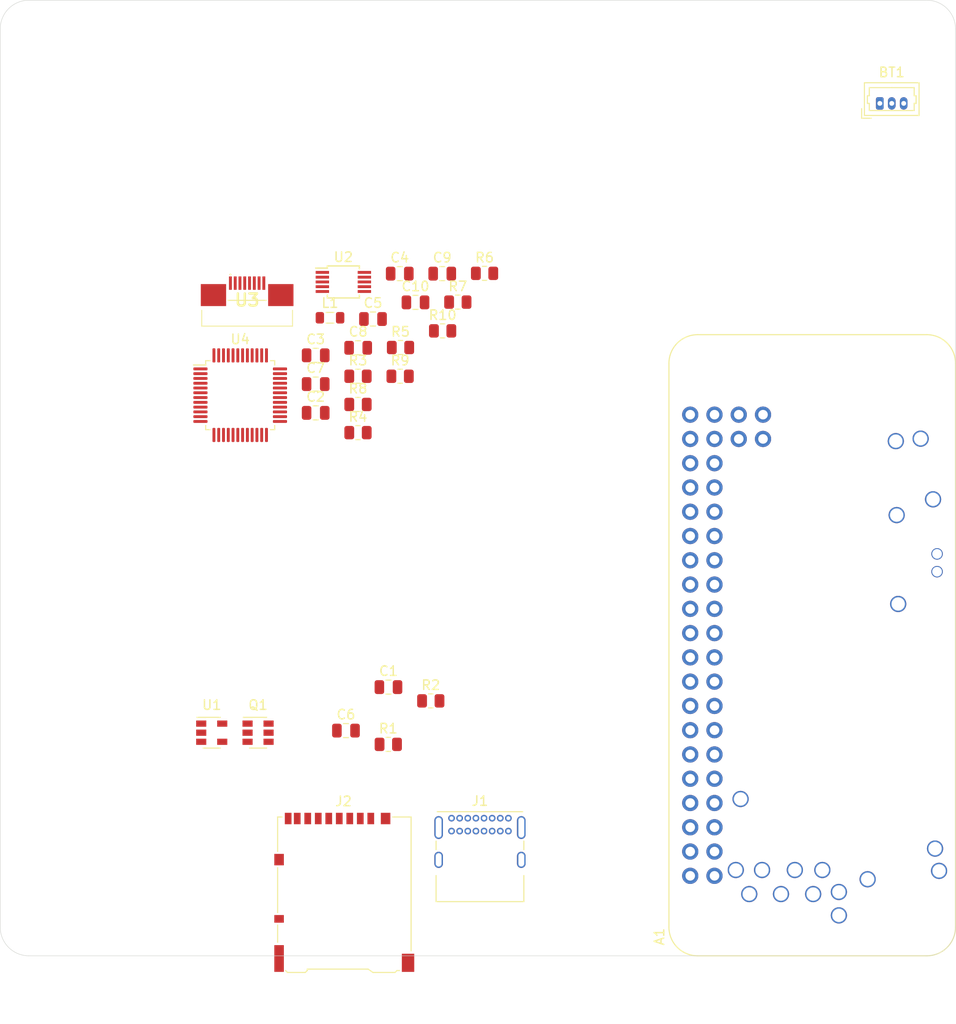
<source format=kicad_pcb>
(kicad_pcb (version 20171130) (host pcbnew "(5.1.9)-1")

  (general
    (thickness 1.6)
    (drawings 8)
    (tracks 0)
    (zones 0)
    (modules 30)
    (nets 117)
  )

  (page A4)
  (layers
    (0 F.Cu signal)
    (31 B.Cu signal)
    (32 B.Adhes user)
    (33 F.Adhes user)
    (34 B.Paste user)
    (35 F.Paste user)
    (36 B.SilkS user)
    (37 F.SilkS user)
    (38 B.Mask user)
    (39 F.Mask user)
    (40 Dwgs.User user)
    (41 Cmts.User user)
    (42 Eco1.User user)
    (43 Eco2.User user)
    (44 Edge.Cuts user)
    (45 Margin user)
    (46 B.CrtYd user)
    (47 F.CrtYd user)
    (48 B.Fab user)
    (49 F.Fab user)
  )

  (setup
    (last_trace_width 0.25)
    (trace_clearance 0.2)
    (zone_clearance 0.508)
    (zone_45_only no)
    (trace_min 0.2)
    (via_size 0.8)
    (via_drill 0.4)
    (via_min_size 0.4)
    (via_min_drill 0.3)
    (uvia_size 0.3)
    (uvia_drill 0.1)
    (uvias_allowed no)
    (uvia_min_size 0.2)
    (uvia_min_drill 0.1)
    (edge_width 0.05)
    (segment_width 0.2)
    (pcb_text_width 0.3)
    (pcb_text_size 1.5 1.5)
    (mod_edge_width 0.12)
    (mod_text_size 1 1)
    (mod_text_width 0.15)
    (pad_size 1.524 1.524)
    (pad_drill 0.762)
    (pad_to_mask_clearance 0.05)
    (aux_axis_origin 0 0)
    (visible_elements 7FFFFFFF)
    (pcbplotparams
      (layerselection 0x010fc_ffffffff)
      (usegerberextensions false)
      (usegerberattributes true)
      (usegerberadvancedattributes true)
      (creategerberjobfile true)
      (excludeedgelayer true)
      (linewidth 0.100000)
      (plotframeref false)
      (viasonmask false)
      (mode 1)
      (useauxorigin false)
      (hpglpennumber 1)
      (hpglpenspeed 20)
      (hpglpendiameter 15.000000)
      (psnegative false)
      (psa4output false)
      (plotreference true)
      (plotvalue true)
      (plotinvisibletext false)
      (padsonsilk false)
      (subtractmaskfromsilk false)
      (outputformat 1)
      (mirror false)
      (drillshape 1)
      (scaleselection 1)
      (outputdirectory ""))
  )

  (net 0 "")
  (net 1 "Net-(A1-PadPP1)")
  (net 2 "Net-(A1-PadPP40)")
  (net 3 "Net-(A1-PadPP38)")
  (net 4 "Net-(A1-PadPP37)")
  (net 5 "Net-(A1-PadPP20)")
  (net 6 "Net-(A1-PadPP39)")
  (net 7 "Net-(A1-PadPP36)")
  (net 8 "Net-(A1-Pad19)")
  (net 9 "Net-(A1-Pad18)")
  (net 10 "Net-(A1-Pad15)")
  (net 11 "Net-(A1-Pad16)")
  (net 12 "Net-(A1-Pad13)")
  (net 13 "Net-(A1-Pad8)")
  (net 14 "Net-(A1-Pad7)")
  (net 15 "Net-(A1-Pad11)")
  (net 16 "Net-(A1-Pad12)")
  (net 17 "Net-(A1-Pad10)")
  (net 18 "Net-(A1-Pad33)")
  (net 19 "Net-(A1-Pad38)")
  (net 20 "Net-(A1-Pad31)")
  (net 21 "Net-(A1-Pad28)")
  (net 22 "Net-(A1-Pad35)")
  (net 23 "Net-(A1-Pad26)")
  (net 24 "Net-(A1-Pad29)")
  (net 25 "Net-(A1-Pad37)")
  (net 26 "Net-(A1-Pad32)")
  (net 27 "Net-(A1-Pad36)")
  (net 28 "Net-(A1-Pad40)")
  (net 29 "Net-(A1-Pad27)")
  (net 30 "Net-(A1-Pad21)")
  (net 31 "Net-(A1-Pad23)")
  (net 32 "Net-(A1-Pad22)")
  (net 33 "Net-(A1-Pad24)")
  (net 34 "Net-(A1-PadTV1)")
  (net 35 GND)
  (net 36 USB_D+)
  (net 37 USB_D-)
  (net 38 SD_CMD)
  (net 39 SD_CD)
  (net 40 SD_DAT2)
  (net 41 SD_CLK)
  (net 42 SD_DAT0)
  (net 43 SD_DAT1)
  (net 44 +3V3)
  (net 45 RUN)
  (net 46 THERM)
  (net 47 -BATT)
  (net 48 +BATT)
  (net 49 "Net-(C1-Pad1)")
  (net 50 VBUS)
  (net 51 "Net-(Q1-Pad2)")
  (net 52 "Net-(Q1-Pad6)")
  (net 53 "Net-(Q1-Pad4)")
  (net 54 "Net-(R1-Pad2)")
  (net 55 CC2)
  (net 56 "Net-(J1-PadB8)")
  (net 57 "Net-(J1-PadA8)")
  (net 58 CC1)
  (net 59 "Net-(J2-Pad11)")
  (net 60 "Net-(J2-Pad10)")
  (net 61 "Net-(J2-Pad9)")
  (net 62 "Net-(A1-PadPP9)")
  (net 63 "Net-(A1-PadPP8)")
  (net 64 "Net-(A1-Pad17)")
  (net 65 I2C_SCL)
  (net 66 "Net-(A1-Pad1)")
  (net 67 "Net-(A1-Pad4)")
  (net 68 "Net-(A1-Pad2)")
  (net 69 I2C_SDA)
  (net 70 +3.3VA)
  (net 71 "Net-(D1-Pad1)")
  (net 72 "Net-(R3-Pad1)")
  (net 73 "Net-(D2-Pad1)")
  (net 74 "Net-(R4-Pad1)")
  (net 75 "Net-(D3-Pad1)")
  (net 76 "Net-(R5-Pad1)")
  (net 77 "Net-(R6-Pad2)")
  (net 78 "Net-(R7-Pad2)")
  (net 79 "Net-(R9-Pad2)")
  (net 80 "Net-(R10-Pad2)")
  (net 81 CW_MOSI)
  (net 82 CW_CLK)
  (net 83 "Net-(U4-Pad46)")
  (net 84 "Net-(U4-Pad45)")
  (net 85 "Net-(U4-Pad44)")
  (net 86 "Net-(U4-Pad41)")
  (net 87 "Net-(U4-Pad40)")
  (net 88 "Net-(U4-Pad39)")
  (net 89 "Net-(U4-Pad38)")
  (net 90 "Net-(U4-Pad37)")
  (net 91 "Net-(U4-Pad34)")
  (net 92 "Net-(U4-Pad33)")
  (net 93 "Net-(U4-Pad32)")
  (net 94 "Net-(U4-Pad31)")
  (net 95 "Net-(U4-Pad30)")
  (net 96 "Net-(U4-Pad29)")
  (net 97 "Net-(U4-Pad28)")
  (net 98 "Net-(U4-Pad27)")
  (net 99 "Net-(U4-Pad26)")
  (net 100 "Net-(U4-Pad25)")
  (net 101 "Net-(U4-Pad20)")
  (net 102 "Net-(U4-Pad19)")
  (net 103 "Net-(U4-Pad18)")
  (net 104 "Net-(U4-Pad16)")
  (net 105 "Net-(U4-Pad14)")
  (net 106 "Net-(U4-Pad13)")
  (net 107 "Net-(U4-Pad12)")
  (net 108 "Net-(U4-Pad11)")
  (net 109 "Net-(U4-Pad10)")
  (net 110 "Net-(U4-Pad7)")
  (net 111 "Net-(U4-Pad6)")
  (net 112 "Net-(U4-Pad5)")
  (net 113 "Net-(U4-Pad4)")
  (net 114 "Net-(U4-Pad3)")
  (net 115 "Net-(U4-Pad2)")
  (net 116 "Net-(U4-Pad1)")

  (net_class Default "This is the default net class."
    (clearance 0.2)
    (trace_width 0.25)
    (via_dia 0.8)
    (via_drill 0.4)
    (uvia_dia 0.3)
    (uvia_drill 0.1)
    (add_net +3.3VA)
    (add_net +3V3)
    (add_net +BATT)
    (add_net -BATT)
    (add_net CC1)
    (add_net CC2)
    (add_net CW_CLK)
    (add_net CW_MOSI)
    (add_net GND)
    (add_net I2C_SCL)
    (add_net I2C_SDA)
    (add_net "Net-(A1-Pad1)")
    (add_net "Net-(A1-Pad10)")
    (add_net "Net-(A1-Pad11)")
    (add_net "Net-(A1-Pad12)")
    (add_net "Net-(A1-Pad13)")
    (add_net "Net-(A1-Pad15)")
    (add_net "Net-(A1-Pad16)")
    (add_net "Net-(A1-Pad17)")
    (add_net "Net-(A1-Pad18)")
    (add_net "Net-(A1-Pad19)")
    (add_net "Net-(A1-Pad2)")
    (add_net "Net-(A1-Pad21)")
    (add_net "Net-(A1-Pad22)")
    (add_net "Net-(A1-Pad23)")
    (add_net "Net-(A1-Pad24)")
    (add_net "Net-(A1-Pad26)")
    (add_net "Net-(A1-Pad27)")
    (add_net "Net-(A1-Pad28)")
    (add_net "Net-(A1-Pad29)")
    (add_net "Net-(A1-Pad31)")
    (add_net "Net-(A1-Pad32)")
    (add_net "Net-(A1-Pad33)")
    (add_net "Net-(A1-Pad35)")
    (add_net "Net-(A1-Pad36)")
    (add_net "Net-(A1-Pad37)")
    (add_net "Net-(A1-Pad38)")
    (add_net "Net-(A1-Pad4)")
    (add_net "Net-(A1-Pad40)")
    (add_net "Net-(A1-Pad7)")
    (add_net "Net-(A1-Pad8)")
    (add_net "Net-(A1-PadPP1)")
    (add_net "Net-(A1-PadPP20)")
    (add_net "Net-(A1-PadPP36)")
    (add_net "Net-(A1-PadPP37)")
    (add_net "Net-(A1-PadPP38)")
    (add_net "Net-(A1-PadPP39)")
    (add_net "Net-(A1-PadPP40)")
    (add_net "Net-(A1-PadPP8)")
    (add_net "Net-(A1-PadPP9)")
    (add_net "Net-(A1-PadTV1)")
    (add_net "Net-(C1-Pad1)")
    (add_net "Net-(D1-Pad1)")
    (add_net "Net-(D2-Pad1)")
    (add_net "Net-(D3-Pad1)")
    (add_net "Net-(J1-PadA8)")
    (add_net "Net-(J1-PadB8)")
    (add_net "Net-(J2-Pad10)")
    (add_net "Net-(J2-Pad11)")
    (add_net "Net-(J2-Pad9)")
    (add_net "Net-(Q1-Pad2)")
    (add_net "Net-(Q1-Pad4)")
    (add_net "Net-(Q1-Pad6)")
    (add_net "Net-(R1-Pad2)")
    (add_net "Net-(R10-Pad2)")
    (add_net "Net-(R3-Pad1)")
    (add_net "Net-(R4-Pad1)")
    (add_net "Net-(R5-Pad1)")
    (add_net "Net-(R6-Pad2)")
    (add_net "Net-(R7-Pad2)")
    (add_net "Net-(R9-Pad2)")
    (add_net "Net-(U4-Pad1)")
    (add_net "Net-(U4-Pad10)")
    (add_net "Net-(U4-Pad11)")
    (add_net "Net-(U4-Pad12)")
    (add_net "Net-(U4-Pad13)")
    (add_net "Net-(U4-Pad14)")
    (add_net "Net-(U4-Pad16)")
    (add_net "Net-(U4-Pad18)")
    (add_net "Net-(U4-Pad19)")
    (add_net "Net-(U4-Pad2)")
    (add_net "Net-(U4-Pad20)")
    (add_net "Net-(U4-Pad25)")
    (add_net "Net-(U4-Pad26)")
    (add_net "Net-(U4-Pad27)")
    (add_net "Net-(U4-Pad28)")
    (add_net "Net-(U4-Pad29)")
    (add_net "Net-(U4-Pad3)")
    (add_net "Net-(U4-Pad30)")
    (add_net "Net-(U4-Pad31)")
    (add_net "Net-(U4-Pad32)")
    (add_net "Net-(U4-Pad33)")
    (add_net "Net-(U4-Pad34)")
    (add_net "Net-(U4-Pad37)")
    (add_net "Net-(U4-Pad38)")
    (add_net "Net-(U4-Pad39)")
    (add_net "Net-(U4-Pad4)")
    (add_net "Net-(U4-Pad40)")
    (add_net "Net-(U4-Pad41)")
    (add_net "Net-(U4-Pad44)")
    (add_net "Net-(U4-Pad45)")
    (add_net "Net-(U4-Pad46)")
    (add_net "Net-(U4-Pad5)")
    (add_net "Net-(U4-Pad6)")
    (add_net "Net-(U4-Pad7)")
    (add_net RUN)
    (add_net SD_CD)
    (add_net SD_CLK)
    (add_net SD_CMD)
    (add_net SD_DAT0)
    (add_net SD_DAT1)
    (add_net SD_DAT2)
    (add_net THERM)
    (add_net USB_D+)
    (add_net USB_D-)
    (add_net VBUS)
  )

  (module Gigahawk:RASPI_ZERO_1_3_THT (layer F.Cu) (tedit 60B709FC) (tstamp 60524AB1)
    (at 70 100 90)
    (path /60518E4B)
    (fp_text reference A1 (at 2 -1 90) (layer F.SilkS)
      (effects (font (size 1 1) (thickness 0.15)))
    )
    (fp_text value RASPBERRY_PI_ZERO_SMT (at 32.5 15.5 90) (layer F.Fab)
      (effects (font (size 1 1) (thickness 0.15)))
    )
    (fp_arc (start 62 27) (end 62 30) (angle -90) (layer F.SilkS) (width 0.12))
    (fp_arc (start 62 3) (end 65 3) (angle -90) (layer F.SilkS) (width 0.12))
    (fp_arc (start 3 3) (end 3 0) (angle -90) (layer F.SilkS) (width 0.12))
    (fp_arc (start 3 27) (end 0 27) (angle -90) (layer F.SilkS) (width 0.12))
    (fp_circle (center 3.5 26.5) (end 4.875 26.5) (layer Dwgs.User) (width 0.12))
    (fp_circle (center 3.5 3.5) (end 4.875 3.5) (layer Dwgs.User) (width 0.12))
    (fp_circle (center 61.5 3.5) (end 62.875 3.5) (layer Dwgs.User) (width 0.12))
    (fp_circle (center 61.5 26.5) (end 62.875 26.5) (layer Dwgs.User) (width 0.12))
    (fp_line (start 0 27) (end 0 3) (layer F.SilkS) (width 0.12))
    (fp_line (start 62 30) (end 3 30) (layer F.SilkS) (width 0.12))
    (fp_line (start 62 0) (end 3 0) (layer F.SilkS) (width 0.12))
    (fp_line (start 65 27) (end 65 3) (layer F.SilkS) (width 0.12))
    (pad PP6 thru_hole circle (at 54.12 26.35 90) (size 1.7 1.7) (drill 1.4) (layers *.Cu *.Mask)
      (net 35 GND))
    (pad PP1 thru_hole circle (at 53.86 23.75 90) (size 1.7 1.7) (drill 1.4) (layers *.Cu *.Mask)
      (net 1 "Net-(A1-PadPP1)"))
    (pad PP35 thru_hole circle (at 47.77 27.65 90) (size 1.7 1.7) (drill 1.4) (layers *.Cu *.Mask)
      (net 35 GND))
    (pad PP40 thru_hole circle (at 46.12 23.84 90) (size 1.7 1.7) (drill 1.4) (layers *.Cu *.Mask)
      (net 2 "Net-(A1-PadPP40)"))
    (pad PP22 thru_hole circle (at 42.06 28.07 90) (size 1.2 1.2) (drill 1) (layers *.Cu *.Mask)
      (net 36 USB_D+))
    (pad PP23 thru_hole circle (at 40.2 28.07 90) (size 1.2 1.2) (drill 1) (layers *.Cu *.Mask)
      (net 37 USB_D-))
    (pad PP9 thru_hole circle (at 36.82 24 90) (size 1.7 1.7) (drill 1.4) (layers *.Cu *.Mask)
      (net 62 "Net-(A1-PadPP9)"))
    (pad PP38 thru_hole circle (at 11.22 27.86 90) (size 1.7 1.7) (drill 1.4) (layers *.Cu *.Mask)
      (net 3 "Net-(A1-PadPP38)"))
    (pad PP37 thru_hole circle (at 8.89 28.28 90) (size 1.7 1.7) (drill 1.4) (layers *.Cu *.Mask)
      (net 4 "Net-(A1-PadPP37)"))
    (pad PP20 thru_hole circle (at 8.01 20.8 90) (size 1.7 1.7) (drill 1.4) (layers *.Cu *.Mask)
      (net 5 "Net-(A1-PadPP20)"))
    (pad PP39 thru_hole circle (at 6.68 17.79 90) (size 1.7 1.7) (drill 1.4) (layers *.Cu *.Mask)
      (net 6 "Net-(A1-PadPP39)"))
    (pad PP36 thru_hole circle (at 4.23 17.79 90) (size 1.7 1.7) (drill 1.4) (layers *.Cu *.Mask)
      (net 7 "Net-(A1-PadPP36)"))
    (pad PP15 thru_hole circle (at 8.98 16.06 90) (size 1.7 1.7) (drill 1.4) (layers *.Cu *.Mask)
      (net 38 SD_CMD))
    (pad PP19 thru_hole circle (at 6.46 15.1 90) (size 1.7 1.7) (drill 1.4) (layers *.Cu *.Mask)
      (net 39 SD_CD))
    (pad PP18 thru_hole circle (at 8.98 13.18 90) (size 1.7 1.7) (drill 1.4) (layers *.Cu *.Mask)
      (net 40 SD_DAT2))
    (pad PP14 thru_hole circle (at 6.46 11.73 90) (size 1.7 1.7) (drill 1.4) (layers *.Cu *.Mask)
      (net 41 SD_CLK))
    (pad PP16 thru_hole circle (at 8.98 9.75 90) (size 1.7 1.7) (drill 1.4) (layers *.Cu *.Mask)
      (net 42 SD_DAT0))
    (pad PP17 thru_hole circle (at 6.46 8.41 90) (size 1.7 1.7) (drill 1.4) (layers *.Cu *.Mask)
      (net 43 SD_DAT1))
    (pad PP8 thru_hole circle (at 16.41 7.5 90) (size 1.7 1.7) (drill 1.4) (layers *.Cu *.Mask)
      (net 63 "Net-(A1-PadPP8)"))
    (pad PP5 thru_hole circle (at 8.98 7 90) (size 1.7 1.7) (drill 1.4) (layers *.Cu *.Mask)
      (net 35 GND))
    (pad "" np_thru_hole oval (at 17.86 23.965 90) (size 1 1.75) (drill oval 1 1.75) (layers *.Cu *.Mask))
    (pad "" np_thru_hole oval (at 7 23.965 90) (size 1 1.75) (drill oval 1 1.75) (layers *.Cu *.Mask))
    (pad "" np_thru_hole oval (at 17.86 28.535 90) (size 1 1.51) (drill oval 1 1.51) (layers *.Cu *.Mask))
    (pad "" np_thru_hole oval (at 7 28.535 90) (size 1 1.51) (drill oval 1 1.51) (layers *.Cu *.Mask))
    (pad 20 thru_hole circle (at 31.23 2.23 90) (size 1.7 1.7) (drill 1) (layers *.Cu *.Mask)
      (net 35 GND))
    (pad 19 thru_hole circle (at 31.23 4.77 90) (size 1.7 1.7) (drill 1) (layers *.Cu *.Mask)
      (net 8 "Net-(A1-Pad19)"))
    (pad 17 thru_hole circle (at 28.69 4.77 90) (size 1.7 1.7) (drill 1) (layers *.Cu *.Mask)
      (net 64 "Net-(A1-Pad17)"))
    (pad 18 thru_hole circle (at 28.69 2.23 90) (size 1.7 1.7) (drill 1) (layers *.Cu *.Mask)
      (net 9 "Net-(A1-Pad18)"))
    (pad 15 thru_hole circle (at 26.15 4.77 90) (size 1.7 1.7) (drill 1) (layers *.Cu *.Mask)
      (net 10 "Net-(A1-Pad15)"))
    (pad 16 thru_hole circle (at 26.15 2.23 90) (size 1.7 1.7) (drill 1) (layers *.Cu *.Mask)
      (net 11 "Net-(A1-Pad16)"))
    (pad 13 thru_hole circle (at 23.61 4.77 90) (size 1.7 1.7) (drill 1) (layers *.Cu *.Mask)
      (net 12 "Net-(A1-Pad13)"))
    (pad 14 thru_hole circle (at 23.61 2.23 90) (size 1.7 1.7) (drill 1) (layers *.Cu *.Mask)
      (net 35 GND))
    (pad 6 thru_hole circle (at 13.45 2.23 90) (size 1.7 1.7) (drill 1) (layers *.Cu *.Mask)
      (net 35 GND))
    (pad 8 thru_hole circle (at 15.99 2.23 90) (size 1.7 1.7) (drill 1) (layers *.Cu *.Mask)
      (net 13 "Net-(A1-Pad8)"))
    (pad 5 thru_hole circle (at 13.45 4.77 90) (size 1.7 1.7) (drill 1) (layers *.Cu *.Mask)
      (net 65 I2C_SCL))
    (pad 7 thru_hole circle (at 15.99 4.77 90) (size 1.7 1.7) (drill 1) (layers *.Cu *.Mask)
      (net 14 "Net-(A1-Pad7)"))
    (pad 11 thru_hole circle (at 21.07 4.77 90) (size 1.7 1.7) (drill 1) (layers *.Cu *.Mask)
      (net 15 "Net-(A1-Pad11)"))
    (pad 12 thru_hole circle (at 21.07 2.23 90) (size 1.7 1.7) (drill 1) (layers *.Cu *.Mask)
      (net 16 "Net-(A1-Pad12)"))
    (pad 9 thru_hole circle (at 18.53 4.77 90) (size 1.7 1.7) (drill 1) (layers *.Cu *.Mask)
      (net 35 GND))
    (pad 10 thru_hole circle (at 18.53 2.23 90) (size 1.7 1.7) (drill 1) (layers *.Cu *.Mask)
      (net 17 "Net-(A1-Pad10)"))
    (pad 1 thru_hole circle (at 8.37 4.77 90) (size 1.7 1.7) (drill 1) (layers *.Cu *.Mask)
      (net 66 "Net-(A1-Pad1)"))
    (pad 4 thru_hole circle (at 10.91 2.23 90) (size 1.7 1.7) (drill 1) (layers *.Cu *.Mask)
      (net 67 "Net-(A1-Pad4)"))
    (pad 2 thru_hole circle (at 8.37 2.23 90) (size 1.7 1.7) (drill 1) (layers *.Cu *.Mask)
      (net 68 "Net-(A1-Pad2)"))
    (pad 3 thru_hole circle (at 10.91 4.77 90) (size 1.7 1.7) (drill 1) (layers *.Cu *.Mask)
      (net 69 I2C_SDA))
    (pad 33 thru_hole circle (at 49.01 4.77 90) (size 1.7 1.7) (drill 1) (layers *.Cu *.Mask)
      (net 18 "Net-(A1-Pad33)"))
    (pad 25 thru_hole circle (at 38.85 4.77 90) (size 1.7 1.7) (drill 1) (layers *.Cu *.Mask)
      (net 35 GND))
    (pad 34 thru_hole circle (at 49.01 2.23 90) (size 1.7 1.7) (drill 1) (layers *.Cu *.Mask)
      (net 35 GND))
    (pad 38 thru_hole circle (at 54.09 2.23 90) (size 1.7 1.7) (drill 1) (layers *.Cu *.Mask)
      (net 19 "Net-(A1-Pad38)"))
    (pad 31 thru_hole circle (at 46.47 4.77 90) (size 1.7 1.7) (drill 1) (layers *.Cu *.Mask)
      (net 20 "Net-(A1-Pad31)"))
    (pad 28 thru_hole circle (at 41.39 2.23 90) (size 1.7 1.7) (drill 1) (layers *.Cu *.Mask)
      (net 21 "Net-(A1-Pad28)"))
    (pad 35 thru_hole circle (at 51.55 4.77 90) (size 1.7 1.7) (drill 1) (layers *.Cu *.Mask)
      (net 22 "Net-(A1-Pad35)"))
    (pad 26 thru_hole circle (at 38.85 2.23 90) (size 1.7 1.7) (drill 1) (layers *.Cu *.Mask)
      (net 23 "Net-(A1-Pad26)"))
    (pad 29 thru_hole circle (at 43.93 4.77 90) (size 1.7 1.7) (drill 1) (layers *.Cu *.Mask)
      (net 24 "Net-(A1-Pad29)"))
    (pad 37 thru_hole circle (at 54.09 4.77 90) (size 1.7 1.7) (drill 1) (layers *.Cu *.Mask)
      (net 25 "Net-(A1-Pad37)"))
    (pad 39 thru_hole circle (at 56.63 4.77 90) (size 1.7 1.7) (drill 1) (layers *.Cu *.Mask)
      (net 35 GND))
    (pad 32 thru_hole circle (at 46.47 2.23 90) (size 1.7 1.7) (drill 1) (layers *.Cu *.Mask)
      (net 26 "Net-(A1-Pad32)"))
    (pad 36 thru_hole circle (at 51.55 2.23 90) (size 1.7 1.7) (drill 1) (layers *.Cu *.Mask)
      (net 27 "Net-(A1-Pad36)"))
    (pad 40 thru_hole circle (at 56.63 2.23 90) (size 1.7 1.7) (drill 1) (layers *.Cu *.Mask)
      (net 28 "Net-(A1-Pad40)"))
    (pad 27 thru_hole circle (at 41.39 4.77 90) (size 1.7 1.7) (drill 1) (layers *.Cu *.Mask)
      (net 29 "Net-(A1-Pad27)"))
    (pad 30 thru_hole circle (at 43.93 2.23 90) (size 1.7 1.7) (drill 1) (layers *.Cu *.Mask)
      (net 35 GND))
    (pad 21 thru_hole circle (at 33.77 4.77 90) (size 1.7 1.7) (drill 1) (layers *.Cu *.Mask)
      (net 30 "Net-(A1-Pad21)"))
    (pad 23 thru_hole circle (at 36.31 4.77 90) (size 1.7 1.7) (drill 1) (layers *.Cu *.Mask)
      (net 31 "Net-(A1-Pad23)"))
    (pad 22 thru_hole circle (at 33.77 2.23 90) (size 1.7 1.7) (drill 1) (layers *.Cu *.Mask)
      (net 32 "Net-(A1-Pad22)"))
    (pad 24 thru_hole circle (at 36.31 2.23 90) (size 1.7 1.7) (drill 1) (layers *.Cu *.Mask)
      (net 33 "Net-(A1-Pad24)"))
    (pad TV2 thru_hole circle (at 56.63 9.85 90) (size 1.7 1.7) (drill 1) (layers *.Cu *.Mask)
      (net 35 GND))
    (pad RUN2 thru_hole circle (at 56.63 7.31 90) (size 1.7 1.7) (drill 1) (layers *.Cu *.Mask)
      (net 45 RUN))
    (pad TV1 thru_hole circle (at 54.09 9.85 90) (size 1.7 1.7) (drill 1) (layers *.Cu *.Mask)
      (net 34 "Net-(A1-PadTV1)"))
    (pad RUN1 thru_hole circle (at 54.09 7.31 90) (size 1.7 1.7) (drill 1) (layers *.Cu *.Mask)
      (net 35 GND))
    (model ${KIPRJMOD}/Gigahawk.pretty/Gigahawk.3dshapes/raspberry_pi_zero_1_3.STEP
      (at (xyz 0 0 0))
      (scale (xyz 1 1 1))
      (rotate (xyz 0 0 0))
    )
  )

  (module Package_QFP:LQFP-48_7x7mm_P0.5mm (layer F.Cu) (tedit 5D9F72AF) (tstamp 60B7656D)
    (at 25.12 41.33)
    (descr "LQFP, 48 Pin (https://www.analog.com/media/en/technical-documentation/data-sheets/ltc2358-16.pdf), generated with kicad-footprint-generator ipc_gullwing_generator.py")
    (tags "LQFP QFP")
    (path /609CCCE3)
    (attr smd)
    (fp_text reference U4 (at 0 -5.85) (layer F.SilkS)
      (effects (font (size 1 1) (thickness 0.15)))
    )
    (fp_text value STM32L051C8Tx (at 0 5.85) (layer F.Fab)
      (effects (font (size 1 1) (thickness 0.15)))
    )
    (fp_line (start 5.15 3.15) (end 5.15 0) (layer F.CrtYd) (width 0.05))
    (fp_line (start 3.75 3.15) (end 5.15 3.15) (layer F.CrtYd) (width 0.05))
    (fp_line (start 3.75 3.75) (end 3.75 3.15) (layer F.CrtYd) (width 0.05))
    (fp_line (start 3.15 3.75) (end 3.75 3.75) (layer F.CrtYd) (width 0.05))
    (fp_line (start 3.15 5.15) (end 3.15 3.75) (layer F.CrtYd) (width 0.05))
    (fp_line (start 0 5.15) (end 3.15 5.15) (layer F.CrtYd) (width 0.05))
    (fp_line (start -5.15 3.15) (end -5.15 0) (layer F.CrtYd) (width 0.05))
    (fp_line (start -3.75 3.15) (end -5.15 3.15) (layer F.CrtYd) (width 0.05))
    (fp_line (start -3.75 3.75) (end -3.75 3.15) (layer F.CrtYd) (width 0.05))
    (fp_line (start -3.15 3.75) (end -3.75 3.75) (layer F.CrtYd) (width 0.05))
    (fp_line (start -3.15 5.15) (end -3.15 3.75) (layer F.CrtYd) (width 0.05))
    (fp_line (start 0 5.15) (end -3.15 5.15) (layer F.CrtYd) (width 0.05))
    (fp_line (start 5.15 -3.15) (end 5.15 0) (layer F.CrtYd) (width 0.05))
    (fp_line (start 3.75 -3.15) (end 5.15 -3.15) (layer F.CrtYd) (width 0.05))
    (fp_line (start 3.75 -3.75) (end 3.75 -3.15) (layer F.CrtYd) (width 0.05))
    (fp_line (start 3.15 -3.75) (end 3.75 -3.75) (layer F.CrtYd) (width 0.05))
    (fp_line (start 3.15 -5.15) (end 3.15 -3.75) (layer F.CrtYd) (width 0.05))
    (fp_line (start 0 -5.15) (end 3.15 -5.15) (layer F.CrtYd) (width 0.05))
    (fp_line (start -5.15 -3.15) (end -5.15 0) (layer F.CrtYd) (width 0.05))
    (fp_line (start -3.75 -3.15) (end -5.15 -3.15) (layer F.CrtYd) (width 0.05))
    (fp_line (start -3.75 -3.75) (end -3.75 -3.15) (layer F.CrtYd) (width 0.05))
    (fp_line (start -3.15 -3.75) (end -3.75 -3.75) (layer F.CrtYd) (width 0.05))
    (fp_line (start -3.15 -5.15) (end -3.15 -3.75) (layer F.CrtYd) (width 0.05))
    (fp_line (start 0 -5.15) (end -3.15 -5.15) (layer F.CrtYd) (width 0.05))
    (fp_line (start -3.5 -2.5) (end -2.5 -3.5) (layer F.Fab) (width 0.1))
    (fp_line (start -3.5 3.5) (end -3.5 -2.5) (layer F.Fab) (width 0.1))
    (fp_line (start 3.5 3.5) (end -3.5 3.5) (layer F.Fab) (width 0.1))
    (fp_line (start 3.5 -3.5) (end 3.5 3.5) (layer F.Fab) (width 0.1))
    (fp_line (start -2.5 -3.5) (end 3.5 -3.5) (layer F.Fab) (width 0.1))
    (fp_line (start -3.61 -3.16) (end -4.9 -3.16) (layer F.SilkS) (width 0.12))
    (fp_line (start -3.61 -3.61) (end -3.61 -3.16) (layer F.SilkS) (width 0.12))
    (fp_line (start -3.16 -3.61) (end -3.61 -3.61) (layer F.SilkS) (width 0.12))
    (fp_line (start 3.61 -3.61) (end 3.61 -3.16) (layer F.SilkS) (width 0.12))
    (fp_line (start 3.16 -3.61) (end 3.61 -3.61) (layer F.SilkS) (width 0.12))
    (fp_line (start -3.61 3.61) (end -3.61 3.16) (layer F.SilkS) (width 0.12))
    (fp_line (start -3.16 3.61) (end -3.61 3.61) (layer F.SilkS) (width 0.12))
    (fp_line (start 3.61 3.61) (end 3.61 3.16) (layer F.SilkS) (width 0.12))
    (fp_line (start 3.16 3.61) (end 3.61 3.61) (layer F.SilkS) (width 0.12))
    (fp_text user %R (at 0 0) (layer F.Fab)
      (effects (font (size 1 1) (thickness 0.15)))
    )
    (pad 48 smd roundrect (at -2.75 -4.1625) (size 0.3 1.475) (layers F.Cu F.Paste F.Mask) (roundrect_rratio 0.25)
      (net 44 +3V3))
    (pad 47 smd roundrect (at -2.25 -4.1625) (size 0.3 1.475) (layers F.Cu F.Paste F.Mask) (roundrect_rratio 0.25)
      (net 35 GND))
    (pad 46 smd roundrect (at -1.75 -4.1625) (size 0.3 1.475) (layers F.Cu F.Paste F.Mask) (roundrect_rratio 0.25)
      (net 83 "Net-(U4-Pad46)"))
    (pad 45 smd roundrect (at -1.25 -4.1625) (size 0.3 1.475) (layers F.Cu F.Paste F.Mask) (roundrect_rratio 0.25)
      (net 84 "Net-(U4-Pad45)"))
    (pad 44 smd roundrect (at -0.75 -4.1625) (size 0.3 1.475) (layers F.Cu F.Paste F.Mask) (roundrect_rratio 0.25)
      (net 85 "Net-(U4-Pad44)"))
    (pad 43 smd roundrect (at -0.25 -4.1625) (size 0.3 1.475) (layers F.Cu F.Paste F.Mask) (roundrect_rratio 0.25)
      (net 69 I2C_SDA))
    (pad 42 smd roundrect (at 0.25 -4.1625) (size 0.3 1.475) (layers F.Cu F.Paste F.Mask) (roundrect_rratio 0.25)
      (net 65 I2C_SCL))
    (pad 41 smd roundrect (at 0.75 -4.1625) (size 0.3 1.475) (layers F.Cu F.Paste F.Mask) (roundrect_rratio 0.25)
      (net 86 "Net-(U4-Pad41)"))
    (pad 40 smd roundrect (at 1.25 -4.1625) (size 0.3 1.475) (layers F.Cu F.Paste F.Mask) (roundrect_rratio 0.25)
      (net 87 "Net-(U4-Pad40)"))
    (pad 39 smd roundrect (at 1.75 -4.1625) (size 0.3 1.475) (layers F.Cu F.Paste F.Mask) (roundrect_rratio 0.25)
      (net 88 "Net-(U4-Pad39)"))
    (pad 38 smd roundrect (at 2.25 -4.1625) (size 0.3 1.475) (layers F.Cu F.Paste F.Mask) (roundrect_rratio 0.25)
      (net 89 "Net-(U4-Pad38)"))
    (pad 37 smd roundrect (at 2.75 -4.1625) (size 0.3 1.475) (layers F.Cu F.Paste F.Mask) (roundrect_rratio 0.25)
      (net 90 "Net-(U4-Pad37)"))
    (pad 36 smd roundrect (at 4.1625 -2.75) (size 1.475 0.3) (layers F.Cu F.Paste F.Mask) (roundrect_rratio 0.25)
      (net 44 +3V3))
    (pad 35 smd roundrect (at 4.1625 -2.25) (size 1.475 0.3) (layers F.Cu F.Paste F.Mask) (roundrect_rratio 0.25)
      (net 35 GND))
    (pad 34 smd roundrect (at 4.1625 -1.75) (size 1.475 0.3) (layers F.Cu F.Paste F.Mask) (roundrect_rratio 0.25)
      (net 91 "Net-(U4-Pad34)"))
    (pad 33 smd roundrect (at 4.1625 -1.25) (size 1.475 0.3) (layers F.Cu F.Paste F.Mask) (roundrect_rratio 0.25)
      (net 92 "Net-(U4-Pad33)"))
    (pad 32 smd roundrect (at 4.1625 -0.75) (size 1.475 0.3) (layers F.Cu F.Paste F.Mask) (roundrect_rratio 0.25)
      (net 93 "Net-(U4-Pad32)"))
    (pad 31 smd roundrect (at 4.1625 -0.25) (size 1.475 0.3) (layers F.Cu F.Paste F.Mask) (roundrect_rratio 0.25)
      (net 94 "Net-(U4-Pad31)"))
    (pad 30 smd roundrect (at 4.1625 0.25) (size 1.475 0.3) (layers F.Cu F.Paste F.Mask) (roundrect_rratio 0.25)
      (net 95 "Net-(U4-Pad30)"))
    (pad 29 smd roundrect (at 4.1625 0.75) (size 1.475 0.3) (layers F.Cu F.Paste F.Mask) (roundrect_rratio 0.25)
      (net 96 "Net-(U4-Pad29)"))
    (pad 28 smd roundrect (at 4.1625 1.25) (size 1.475 0.3) (layers F.Cu F.Paste F.Mask) (roundrect_rratio 0.25)
      (net 97 "Net-(U4-Pad28)"))
    (pad 27 smd roundrect (at 4.1625 1.75) (size 1.475 0.3) (layers F.Cu F.Paste F.Mask) (roundrect_rratio 0.25)
      (net 98 "Net-(U4-Pad27)"))
    (pad 26 smd roundrect (at 4.1625 2.25) (size 1.475 0.3) (layers F.Cu F.Paste F.Mask) (roundrect_rratio 0.25)
      (net 99 "Net-(U4-Pad26)"))
    (pad 25 smd roundrect (at 4.1625 2.75) (size 1.475 0.3) (layers F.Cu F.Paste F.Mask) (roundrect_rratio 0.25)
      (net 100 "Net-(U4-Pad25)"))
    (pad 24 smd roundrect (at 2.75 4.1625) (size 0.3 1.475) (layers F.Cu F.Paste F.Mask) (roundrect_rratio 0.25)
      (net 44 +3V3))
    (pad 23 smd roundrect (at 2.25 4.1625) (size 0.3 1.475) (layers F.Cu F.Paste F.Mask) (roundrect_rratio 0.25)
      (net 35 GND))
    (pad 22 smd roundrect (at 1.75 4.1625) (size 0.3 1.475) (layers F.Cu F.Paste F.Mask) (roundrect_rratio 0.25)
      (net 69 I2C_SDA))
    (pad 21 smd roundrect (at 1.25 4.1625) (size 0.3 1.475) (layers F.Cu F.Paste F.Mask) (roundrect_rratio 0.25)
      (net 65 I2C_SCL))
    (pad 20 smd roundrect (at 0.75 4.1625) (size 0.3 1.475) (layers F.Cu F.Paste F.Mask) (roundrect_rratio 0.25)
      (net 101 "Net-(U4-Pad20)"))
    (pad 19 smd roundrect (at 0.25 4.1625) (size 0.3 1.475) (layers F.Cu F.Paste F.Mask) (roundrect_rratio 0.25)
      (net 102 "Net-(U4-Pad19)"))
    (pad 18 smd roundrect (at -0.25 4.1625) (size 0.3 1.475) (layers F.Cu F.Paste F.Mask) (roundrect_rratio 0.25)
      (net 103 "Net-(U4-Pad18)"))
    (pad 17 smd roundrect (at -0.75 4.1625) (size 0.3 1.475) (layers F.Cu F.Paste F.Mask) (roundrect_rratio 0.25)
      (net 81 CW_MOSI))
    (pad 16 smd roundrect (at -1.25 4.1625) (size 0.3 1.475) (layers F.Cu F.Paste F.Mask) (roundrect_rratio 0.25)
      (net 104 "Net-(U4-Pad16)"))
    (pad 15 smd roundrect (at -1.75 4.1625) (size 0.3 1.475) (layers F.Cu F.Paste F.Mask) (roundrect_rratio 0.25)
      (net 82 CW_CLK))
    (pad 14 smd roundrect (at -2.25 4.1625) (size 0.3 1.475) (layers F.Cu F.Paste F.Mask) (roundrect_rratio 0.25)
      (net 105 "Net-(U4-Pad14)"))
    (pad 13 smd roundrect (at -2.75 4.1625) (size 0.3 1.475) (layers F.Cu F.Paste F.Mask) (roundrect_rratio 0.25)
      (net 106 "Net-(U4-Pad13)"))
    (pad 12 smd roundrect (at -4.1625 2.75) (size 1.475 0.3) (layers F.Cu F.Paste F.Mask) (roundrect_rratio 0.25)
      (net 107 "Net-(U4-Pad12)"))
    (pad 11 smd roundrect (at -4.1625 2.25) (size 1.475 0.3) (layers F.Cu F.Paste F.Mask) (roundrect_rratio 0.25)
      (net 108 "Net-(U4-Pad11)"))
    (pad 10 smd roundrect (at -4.1625 1.75) (size 1.475 0.3) (layers F.Cu F.Paste F.Mask) (roundrect_rratio 0.25)
      (net 109 "Net-(U4-Pad10)"))
    (pad 9 smd roundrect (at -4.1625 1.25) (size 1.475 0.3) (layers F.Cu F.Paste F.Mask) (roundrect_rratio 0.25)
      (net 70 +3.3VA))
    (pad 8 smd roundrect (at -4.1625 0.75) (size 1.475 0.3) (layers F.Cu F.Paste F.Mask) (roundrect_rratio 0.25)
      (net 35 GND))
    (pad 7 smd roundrect (at -4.1625 0.25) (size 1.475 0.3) (layers F.Cu F.Paste F.Mask) (roundrect_rratio 0.25)
      (net 110 "Net-(U4-Pad7)"))
    (pad 6 smd roundrect (at -4.1625 -0.25) (size 1.475 0.3) (layers F.Cu F.Paste F.Mask) (roundrect_rratio 0.25)
      (net 111 "Net-(U4-Pad6)"))
    (pad 5 smd roundrect (at -4.1625 -0.75) (size 1.475 0.3) (layers F.Cu F.Paste F.Mask) (roundrect_rratio 0.25)
      (net 112 "Net-(U4-Pad5)"))
    (pad 4 smd roundrect (at -4.1625 -1.25) (size 1.475 0.3) (layers F.Cu F.Paste F.Mask) (roundrect_rratio 0.25)
      (net 113 "Net-(U4-Pad4)"))
    (pad 3 smd roundrect (at -4.1625 -1.75) (size 1.475 0.3) (layers F.Cu F.Paste F.Mask) (roundrect_rratio 0.25)
      (net 114 "Net-(U4-Pad3)"))
    (pad 2 smd roundrect (at -4.1625 -2.25) (size 1.475 0.3) (layers F.Cu F.Paste F.Mask) (roundrect_rratio 0.25)
      (net 115 "Net-(U4-Pad2)"))
    (pad 1 smd roundrect (at -4.1625 -2.75) (size 1.475 0.3) (layers F.Cu F.Paste F.Mask) (roundrect_rratio 0.25)
      (net 116 "Net-(U4-Pad1)"))
    (model ${KISYS3DMOD}/Package_QFP.3dshapes/LQFP-48_7x7mm_P0.5mm.wrl
      (at (xyz 0 0 0))
      (scale (xyz 1 1 1))
      (rotate (xyz 0 0 0))
    )
  )

  (module Gigahawk:SFV8R2STE1HLF (layer F.Cu) (tedit 5F65C802) (tstamp 60B76512)
    (at 25.845 31.38)
    (descr "FPC connector 0.5mm pitch 8pos top contact ")
    (tags Connector)
    (path /60918E59)
    (attr smd)
    (fp_text reference U3 (at 0 0) (layer F.SilkS)
      (effects (font (size 1.27 1.27) (thickness 0.254)))
    )
    (fp_text value IPOD4_CW (at 0 0) (layer F.SilkS) hide
      (effects (font (size 1.27 1.27) (thickness 0.254)))
    )
    (fp_line (start -4.75 -1.475) (end 4.75 -1.475) (layer F.Fab) (width 0.2))
    (fp_line (start 4.75 -1.475) (end 4.75 2.725) (layer F.Fab) (width 0.2))
    (fp_line (start 4.75 2.725) (end -4.75 2.725) (layer F.Fab) (width 0.2))
    (fp_line (start -4.75 2.725) (end -4.75 -1.475) (layer F.Fab) (width 0.2))
    (fp_line (start -5.85 -3.725) (end 5.85 -3.725) (layer F.CrtYd) (width 0.1))
    (fp_line (start 5.85 -3.725) (end 5.85 3.725) (layer F.CrtYd) (width 0.1))
    (fp_line (start 5.85 3.725) (end -5.85 3.725) (layer F.CrtYd) (width 0.1))
    (fp_line (start -5.85 3.725) (end -5.85 -3.725) (layer F.CrtYd) (width 0.1))
    (fp_line (start -4.75 1.065) (end -4.75 2.725) (layer F.SilkS) (width 0.1))
    (fp_line (start -4.75 2.725) (end 4.75 2.725) (layer F.SilkS) (width 0.1))
    (fp_line (start 4.75 2.725) (end 4.75 1.065) (layer F.SilkS) (width 0.1))
    (fp_line (start -1.8 -2.675) (end -1.8 -2.675) (layer F.SilkS) (width 0.1))
    (fp_line (start -1.7 -2.675) (end -1.7 -2.675) (layer F.SilkS) (width 0.1))
    (fp_line (start -2 0.025) (end 2 0.025) (layer F.SilkS) (width 0.12))
    (fp_arc (start -1.75 -2.675) (end -1.7 -2.675) (angle 180) (layer F.SilkS) (width 0.1))
    (fp_arc (start -1.75 -2.675) (end -1.8 -2.675) (angle 180) (layer F.SilkS) (width 0.1))
    (fp_text user %R (at 0 0) (layer F.Fab)
      (effects (font (size 1.27 1.27) (thickness 0.254)))
    )
    (pad M2 smd rect (at 3.525 -0.525 90) (size 2.3 2.65) (layers F.Cu F.Paste F.Mask))
    (pad M1 smd rect (at -3.525 -0.525 90) (size 2.3 2.65) (layers F.Cu F.Paste F.Mask))
    (pad 8 smd rect (at 1.75 -1.775) (size 0.3 1.4) (layers F.Cu F.Paste F.Mask)
      (net 35 GND))
    (pad 7 smd rect (at 1.25 -1.775) (size 0.3 1.4) (layers F.Cu F.Paste F.Mask)
      (net 79 "Net-(R9-Pad2)"))
    (pad 6 smd rect (at 0.75 -1.775) (size 0.3 1.4) (layers F.Cu F.Paste F.Mask)
      (net 81 CW_MOSI))
    (pad 5 smd rect (at 0.25 -1.775) (size 0.3 1.4) (layers F.Cu F.Paste F.Mask))
    (pad 4 smd rect (at -0.25 -1.775) (size 0.3 1.4) (layers F.Cu F.Paste F.Mask))
    (pad 3 smd rect (at -0.75 -1.775) (size 0.3 1.4) (layers F.Cu F.Paste F.Mask)
      (net 80 "Net-(R10-Pad2)"))
    (pad 2 smd rect (at -1.25 -1.775) (size 0.3 1.4) (layers F.Cu F.Paste F.Mask)
      (net 82 CW_CLK))
    (pad 1 smd rect (at -1.75 -1.775) (size 0.3 1.4) (layers F.Cu F.Paste F.Mask)
      (net 44 +3V3))
    (model ${KIPRJMOD}/Gigahawk.pretty/Gigahawk.3dshapes/SFV8R-2STE1HLF.stp
      (at (xyz 0 0 0))
      (scale (xyz 1 1 1))
      (rotate (xyz 0 0 0))
    )
  )

  (module Package_SO:MSOP-10_3x3mm_P0.5mm (layer F.Cu) (tedit 5A02F25C) (tstamp 60B764F3)
    (at 35.92 29.48)
    (descr "10-Lead Plastic Micro Small Outline Package (MS) [MSOP] (see Microchip Packaging Specification 00000049BS.pdf)")
    (tags "SSOP 0.5")
    (path /6099319D)
    (attr smd)
    (fp_text reference U2 (at 0 -2.6) (layer F.SilkS)
      (effects (font (size 1 1) (thickness 0.15)))
    )
    (fp_text value MCP73833-MSOP (at 0 2.6) (layer F.Fab)
      (effects (font (size 1 1) (thickness 0.15)))
    )
    (fp_line (start -1.675 -1.45) (end -2.9 -1.45) (layer F.SilkS) (width 0.15))
    (fp_line (start -1.675 1.675) (end 1.675 1.675) (layer F.SilkS) (width 0.15))
    (fp_line (start -1.675 -1.675) (end 1.675 -1.675) (layer F.SilkS) (width 0.15))
    (fp_line (start -1.675 1.675) (end -1.675 1.375) (layer F.SilkS) (width 0.15))
    (fp_line (start 1.675 1.675) (end 1.675 1.375) (layer F.SilkS) (width 0.15))
    (fp_line (start 1.675 -1.675) (end 1.675 -1.375) (layer F.SilkS) (width 0.15))
    (fp_line (start -1.675 -1.675) (end -1.675 -1.45) (layer F.SilkS) (width 0.15))
    (fp_line (start -3.15 1.85) (end 3.15 1.85) (layer F.CrtYd) (width 0.05))
    (fp_line (start -3.15 -1.85) (end 3.15 -1.85) (layer F.CrtYd) (width 0.05))
    (fp_line (start 3.15 -1.85) (end 3.15 1.85) (layer F.CrtYd) (width 0.05))
    (fp_line (start -3.15 -1.85) (end -3.15 1.85) (layer F.CrtYd) (width 0.05))
    (fp_line (start -1.5 -0.5) (end -0.5 -1.5) (layer F.Fab) (width 0.15))
    (fp_line (start -1.5 1.5) (end -1.5 -0.5) (layer F.Fab) (width 0.15))
    (fp_line (start 1.5 1.5) (end -1.5 1.5) (layer F.Fab) (width 0.15))
    (fp_line (start 1.5 -1.5) (end 1.5 1.5) (layer F.Fab) (width 0.15))
    (fp_line (start -0.5 -1.5) (end 1.5 -1.5) (layer F.Fab) (width 0.15))
    (fp_text user %R (at 0 0) (layer F.Fab)
      (effects (font (size 0.6 0.6) (thickness 0.15)))
    )
    (pad 10 smd rect (at 2.2 -1) (size 1.4 0.3) (layers F.Cu F.Paste F.Mask)
      (net 48 +BATT))
    (pad 9 smd rect (at 2.2 -0.5) (size 1.4 0.3) (layers F.Cu F.Paste F.Mask)
      (net 48 +BATT))
    (pad 8 smd rect (at 2.2 0) (size 1.4 0.3) (layers F.Cu F.Paste F.Mask)
      (net 78 "Net-(R7-Pad2)"))
    (pad 7 smd rect (at 2.2 0.5) (size 1.4 0.3) (layers F.Cu F.Paste F.Mask)
      (net 76 "Net-(R5-Pad1)"))
    (pad 6 smd rect (at 2.2 1) (size 1.4 0.3) (layers F.Cu F.Paste F.Mask)
      (net 77 "Net-(R6-Pad2)"))
    (pad 5 smd rect (at -2.2 1) (size 1.4 0.3) (layers F.Cu F.Paste F.Mask)
      (net 35 GND))
    (pad 4 smd rect (at -2.2 0.5) (size 1.4 0.3) (layers F.Cu F.Paste F.Mask)
      (net 74 "Net-(R4-Pad1)"))
    (pad 3 smd rect (at -2.2 0) (size 1.4 0.3) (layers F.Cu F.Paste F.Mask)
      (net 72 "Net-(R3-Pad1)"))
    (pad 2 smd rect (at -2.2 -0.5) (size 1.4 0.3) (layers F.Cu F.Paste F.Mask)
      (net 50 VBUS))
    (pad 1 smd rect (at -2.2 -1) (size 1.4 0.3) (layers F.Cu F.Paste F.Mask)
      (net 50 VBUS))
    (model ${KISYS3DMOD}/Package_SO.3dshapes/MSOP-10_3x3mm_P0.5mm.wrl
      (at (xyz 0 0 0))
      (scale (xyz 1 1 1))
      (rotate (xyz 0 0 0))
    )
  )

  (module Resistor_SMD:R_0805_2012Metric (layer F.Cu) (tedit 5F68FEEE) (tstamp 60B764AC)
    (at 46.31 34.6)
    (descr "Resistor SMD 0805 (2012 Metric), square (rectangular) end terminal, IPC_7351 nominal, (Body size source: IPC-SM-782 page 72, https://www.pcb-3d.com/wordpress/wp-content/uploads/ipc-sm-782a_amendment_1_and_2.pdf), generated with kicad-footprint-generator")
    (tags resistor)
    (path /60922924)
    (attr smd)
    (fp_text reference R10 (at 0 -1.65) (layer F.SilkS)
      (effects (font (size 1 1) (thickness 0.15)))
    )
    (fp_text value 10k (at 0 1.65) (layer F.Fab)
      (effects (font (size 1 1) (thickness 0.15)))
    )
    (fp_line (start 1.68 0.95) (end -1.68 0.95) (layer F.CrtYd) (width 0.05))
    (fp_line (start 1.68 -0.95) (end 1.68 0.95) (layer F.CrtYd) (width 0.05))
    (fp_line (start -1.68 -0.95) (end 1.68 -0.95) (layer F.CrtYd) (width 0.05))
    (fp_line (start -1.68 0.95) (end -1.68 -0.95) (layer F.CrtYd) (width 0.05))
    (fp_line (start -0.227064 0.735) (end 0.227064 0.735) (layer F.SilkS) (width 0.12))
    (fp_line (start -0.227064 -0.735) (end 0.227064 -0.735) (layer F.SilkS) (width 0.12))
    (fp_line (start 1 0.625) (end -1 0.625) (layer F.Fab) (width 0.1))
    (fp_line (start 1 -0.625) (end 1 0.625) (layer F.Fab) (width 0.1))
    (fp_line (start -1 -0.625) (end 1 -0.625) (layer F.Fab) (width 0.1))
    (fp_line (start -1 0.625) (end -1 -0.625) (layer F.Fab) (width 0.1))
    (fp_text user %R (at 0 0) (layer F.Fab)
      (effects (font (size 0.5 0.5) (thickness 0.08)))
    )
    (pad 2 smd roundrect (at 0.9125 0) (size 1.025 1.4) (layers F.Cu F.Paste F.Mask) (roundrect_rratio 0.243902)
      (net 80 "Net-(R10-Pad2)"))
    (pad 1 smd roundrect (at -0.9125 0) (size 1.025 1.4) (layers F.Cu F.Paste F.Mask) (roundrect_rratio 0.243902)
      (net 44 +3V3))
    (model ${KISYS3DMOD}/Resistor_SMD.3dshapes/R_0805_2012Metric.wrl
      (at (xyz 0 0 0))
      (scale (xyz 1 1 1))
      (rotate (xyz 0 0 0))
    )
  )

  (module Resistor_SMD:R_0805_2012Metric (layer F.Cu) (tedit 5F68FEEE) (tstamp 60B7649B)
    (at 41.86 39.35)
    (descr "Resistor SMD 0805 (2012 Metric), square (rectangular) end terminal, IPC_7351 nominal, (Body size source: IPC-SM-782 page 72, https://www.pcb-3d.com/wordpress/wp-content/uploads/ipc-sm-782a_amendment_1_and_2.pdf), generated with kicad-footprint-generator")
    (tags resistor)
    (path /60921552)
    (attr smd)
    (fp_text reference R9 (at 0 -1.65) (layer F.SilkS)
      (effects (font (size 1 1) (thickness 0.15)))
    )
    (fp_text value 10k (at 0 1.65) (layer F.Fab)
      (effects (font (size 1 1) (thickness 0.15)))
    )
    (fp_line (start 1.68 0.95) (end -1.68 0.95) (layer F.CrtYd) (width 0.05))
    (fp_line (start 1.68 -0.95) (end 1.68 0.95) (layer F.CrtYd) (width 0.05))
    (fp_line (start -1.68 -0.95) (end 1.68 -0.95) (layer F.CrtYd) (width 0.05))
    (fp_line (start -1.68 0.95) (end -1.68 -0.95) (layer F.CrtYd) (width 0.05))
    (fp_line (start -0.227064 0.735) (end 0.227064 0.735) (layer F.SilkS) (width 0.12))
    (fp_line (start -0.227064 -0.735) (end 0.227064 -0.735) (layer F.SilkS) (width 0.12))
    (fp_line (start 1 0.625) (end -1 0.625) (layer F.Fab) (width 0.1))
    (fp_line (start 1 -0.625) (end 1 0.625) (layer F.Fab) (width 0.1))
    (fp_line (start -1 -0.625) (end 1 -0.625) (layer F.Fab) (width 0.1))
    (fp_line (start -1 0.625) (end -1 -0.625) (layer F.Fab) (width 0.1))
    (fp_text user %R (at 0 0) (layer F.Fab)
      (effects (font (size 0.5 0.5) (thickness 0.08)))
    )
    (pad 2 smd roundrect (at 0.9125 0) (size 1.025 1.4) (layers F.Cu F.Paste F.Mask) (roundrect_rratio 0.243902)
      (net 79 "Net-(R9-Pad2)"))
    (pad 1 smd roundrect (at -0.9125 0) (size 1.025 1.4) (layers F.Cu F.Paste F.Mask) (roundrect_rratio 0.243902)
      (net 44 +3V3))
    (model ${KISYS3DMOD}/Resistor_SMD.3dshapes/R_0805_2012Metric.wrl
      (at (xyz 0 0 0))
      (scale (xyz 1 1 1))
      (rotate (xyz 0 0 0))
    )
  )

  (module Resistor_SMD:R_0805_2012Metric (layer F.Cu) (tedit 5F68FEEE) (tstamp 60B7648A)
    (at 37.45 42.3)
    (descr "Resistor SMD 0805 (2012 Metric), square (rectangular) end terminal, IPC_7351 nominal, (Body size source: IPC-SM-782 page 72, https://www.pcb-3d.com/wordpress/wp-content/uploads/ipc-sm-782a_amendment_1_and_2.pdf), generated with kicad-footprint-generator")
    (tags resistor)
    (path /60BCA147)
    (attr smd)
    (fp_text reference R8 (at 0 -1.65) (layer F.SilkS)
      (effects (font (size 1 1) (thickness 0.15)))
    )
    (fp_text value 69k8 (at 0 1.65) (layer F.Fab)
      (effects (font (size 1 1) (thickness 0.15)))
    )
    (fp_line (start 1.68 0.95) (end -1.68 0.95) (layer F.CrtYd) (width 0.05))
    (fp_line (start 1.68 -0.95) (end 1.68 0.95) (layer F.CrtYd) (width 0.05))
    (fp_line (start -1.68 -0.95) (end 1.68 -0.95) (layer F.CrtYd) (width 0.05))
    (fp_line (start -1.68 0.95) (end -1.68 -0.95) (layer F.CrtYd) (width 0.05))
    (fp_line (start -0.227064 0.735) (end 0.227064 0.735) (layer F.SilkS) (width 0.12))
    (fp_line (start -0.227064 -0.735) (end 0.227064 -0.735) (layer F.SilkS) (width 0.12))
    (fp_line (start 1 0.625) (end -1 0.625) (layer F.Fab) (width 0.1))
    (fp_line (start 1 -0.625) (end 1 0.625) (layer F.Fab) (width 0.1))
    (fp_line (start -1 -0.625) (end 1 -0.625) (layer F.Fab) (width 0.1))
    (fp_line (start -1 0.625) (end -1 -0.625) (layer F.Fab) (width 0.1))
    (fp_text user %R (at 0 0) (layer F.Fab)
      (effects (font (size 0.5 0.5) (thickness 0.08)))
    )
    (pad 2 smd roundrect (at 0.9125 0) (size 1.025 1.4) (layers F.Cu F.Paste F.Mask) (roundrect_rratio 0.243902)
      (net 46 THERM))
    (pad 1 smd roundrect (at -0.9125 0) (size 1.025 1.4) (layers F.Cu F.Paste F.Mask) (roundrect_rratio 0.243902)
      (net 35 GND))
    (model ${KISYS3DMOD}/Resistor_SMD.3dshapes/R_0805_2012Metric.wrl
      (at (xyz 0 0 0))
      (scale (xyz 1 1 1))
      (rotate (xyz 0 0 0))
    )
  )

  (module Resistor_SMD:R_0805_2012Metric (layer F.Cu) (tedit 5F68FEEE) (tstamp 60B76479)
    (at 47.9 31.59)
    (descr "Resistor SMD 0805 (2012 Metric), square (rectangular) end terminal, IPC_7351 nominal, (Body size source: IPC-SM-782 page 72, https://www.pcb-3d.com/wordpress/wp-content/uploads/ipc-sm-782a_amendment_1_and_2.pdf), generated with kicad-footprint-generator")
    (tags resistor)
    (path /60BC9979)
    (attr smd)
    (fp_text reference R7 (at 0 -1.65) (layer F.SilkS)
      (effects (font (size 1 1) (thickness 0.15)))
    )
    (fp_text value 1k54 (at 0 1.65) (layer F.Fab)
      (effects (font (size 1 1) (thickness 0.15)))
    )
    (fp_line (start 1.68 0.95) (end -1.68 0.95) (layer F.CrtYd) (width 0.05))
    (fp_line (start 1.68 -0.95) (end 1.68 0.95) (layer F.CrtYd) (width 0.05))
    (fp_line (start -1.68 -0.95) (end 1.68 -0.95) (layer F.CrtYd) (width 0.05))
    (fp_line (start -1.68 0.95) (end -1.68 -0.95) (layer F.CrtYd) (width 0.05))
    (fp_line (start -0.227064 0.735) (end 0.227064 0.735) (layer F.SilkS) (width 0.12))
    (fp_line (start -0.227064 -0.735) (end 0.227064 -0.735) (layer F.SilkS) (width 0.12))
    (fp_line (start 1 0.625) (end -1 0.625) (layer F.Fab) (width 0.1))
    (fp_line (start 1 -0.625) (end 1 0.625) (layer F.Fab) (width 0.1))
    (fp_line (start -1 -0.625) (end 1 -0.625) (layer F.Fab) (width 0.1))
    (fp_line (start -1 0.625) (end -1 -0.625) (layer F.Fab) (width 0.1))
    (fp_text user %R (at 0 0) (layer F.Fab)
      (effects (font (size 0.5 0.5) (thickness 0.08)))
    )
    (pad 2 smd roundrect (at 0.9125 0) (size 1.025 1.4) (layers F.Cu F.Paste F.Mask) (roundrect_rratio 0.243902)
      (net 78 "Net-(R7-Pad2)"))
    (pad 1 smd roundrect (at -0.9125 0) (size 1.025 1.4) (layers F.Cu F.Paste F.Mask) (roundrect_rratio 0.243902)
      (net 46 THERM))
    (model ${KISYS3DMOD}/Resistor_SMD.3dshapes/R_0805_2012Metric.wrl
      (at (xyz 0 0 0))
      (scale (xyz 1 1 1))
      (rotate (xyz 0 0 0))
    )
  )

  (module Resistor_SMD:R_0805_2012Metric (layer F.Cu) (tedit 5F68FEEE) (tstamp 60B76468)
    (at 50.7 28.58)
    (descr "Resistor SMD 0805 (2012 Metric), square (rectangular) end terminal, IPC_7351 nominal, (Body size source: IPC-SM-782 page 72, https://www.pcb-3d.com/wordpress/wp-content/uploads/ipc-sm-782a_amendment_1_and_2.pdf), generated with kicad-footprint-generator")
    (tags resistor)
    (path /60B73D3F)
    (attr smd)
    (fp_text reference R6 (at 0 -1.65) (layer F.SilkS)
      (effects (font (size 1 1) (thickness 0.15)))
    )
    (fp_text value 2k (at 0 1.65) (layer F.Fab)
      (effects (font (size 1 1) (thickness 0.15)))
    )
    (fp_line (start 1.68 0.95) (end -1.68 0.95) (layer F.CrtYd) (width 0.05))
    (fp_line (start 1.68 -0.95) (end 1.68 0.95) (layer F.CrtYd) (width 0.05))
    (fp_line (start -1.68 -0.95) (end 1.68 -0.95) (layer F.CrtYd) (width 0.05))
    (fp_line (start -1.68 0.95) (end -1.68 -0.95) (layer F.CrtYd) (width 0.05))
    (fp_line (start -0.227064 0.735) (end 0.227064 0.735) (layer F.SilkS) (width 0.12))
    (fp_line (start -0.227064 -0.735) (end 0.227064 -0.735) (layer F.SilkS) (width 0.12))
    (fp_line (start 1 0.625) (end -1 0.625) (layer F.Fab) (width 0.1))
    (fp_line (start 1 -0.625) (end 1 0.625) (layer F.Fab) (width 0.1))
    (fp_line (start -1 -0.625) (end 1 -0.625) (layer F.Fab) (width 0.1))
    (fp_line (start -1 0.625) (end -1 -0.625) (layer F.Fab) (width 0.1))
    (fp_text user %R (at 0 0) (layer F.Fab)
      (effects (font (size 0.5 0.5) (thickness 0.08)))
    )
    (pad 2 smd roundrect (at 0.9125 0) (size 1.025 1.4) (layers F.Cu F.Paste F.Mask) (roundrect_rratio 0.243902)
      (net 77 "Net-(R6-Pad2)"))
    (pad 1 smd roundrect (at -0.9125 0) (size 1.025 1.4) (layers F.Cu F.Paste F.Mask) (roundrect_rratio 0.243902)
      (net 35 GND))
    (model ${KISYS3DMOD}/Resistor_SMD.3dshapes/R_0805_2012Metric.wrl
      (at (xyz 0 0 0))
      (scale (xyz 1 1 1))
      (rotate (xyz 0 0 0))
    )
  )

  (module Resistor_SMD:R_0805_2012Metric (layer F.Cu) (tedit 5F68FEEE) (tstamp 60B76457)
    (at 41.9 36.34)
    (descr "Resistor SMD 0805 (2012 Metric), square (rectangular) end terminal, IPC_7351 nominal, (Body size source: IPC-SM-782 page 72, https://www.pcb-3d.com/wordpress/wp-content/uploads/ipc-sm-782a_amendment_1_and_2.pdf), generated with kicad-footprint-generator")
    (tags resistor)
    (path /60A1E81D)
    (attr smd)
    (fp_text reference R5 (at 0 -1.65) (layer F.SilkS)
      (effects (font (size 1 1) (thickness 0.15)))
    )
    (fp_text value 300R (at 0 1.65) (layer F.Fab)
      (effects (font (size 1 1) (thickness 0.15)))
    )
    (fp_line (start 1.68 0.95) (end -1.68 0.95) (layer F.CrtYd) (width 0.05))
    (fp_line (start 1.68 -0.95) (end 1.68 0.95) (layer F.CrtYd) (width 0.05))
    (fp_line (start -1.68 -0.95) (end 1.68 -0.95) (layer F.CrtYd) (width 0.05))
    (fp_line (start -1.68 0.95) (end -1.68 -0.95) (layer F.CrtYd) (width 0.05))
    (fp_line (start -0.227064 0.735) (end 0.227064 0.735) (layer F.SilkS) (width 0.12))
    (fp_line (start -0.227064 -0.735) (end 0.227064 -0.735) (layer F.SilkS) (width 0.12))
    (fp_line (start 1 0.625) (end -1 0.625) (layer F.Fab) (width 0.1))
    (fp_line (start 1 -0.625) (end 1 0.625) (layer F.Fab) (width 0.1))
    (fp_line (start -1 -0.625) (end 1 -0.625) (layer F.Fab) (width 0.1))
    (fp_line (start -1 0.625) (end -1 -0.625) (layer F.Fab) (width 0.1))
    (fp_text user %R (at 0 0) (layer F.Fab)
      (effects (font (size 0.5 0.5) (thickness 0.08)))
    )
    (pad 2 smd roundrect (at 0.9125 0) (size 1.025 1.4) (layers F.Cu F.Paste F.Mask) (roundrect_rratio 0.243902)
      (net 75 "Net-(D3-Pad1)"))
    (pad 1 smd roundrect (at -0.9125 0) (size 1.025 1.4) (layers F.Cu F.Paste F.Mask) (roundrect_rratio 0.243902)
      (net 76 "Net-(R5-Pad1)"))
    (model ${KISYS3DMOD}/Resistor_SMD.3dshapes/R_0805_2012Metric.wrl
      (at (xyz 0 0 0))
      (scale (xyz 1 1 1))
      (rotate (xyz 0 0 0))
    )
  )

  (module Resistor_SMD:R_0805_2012Metric (layer F.Cu) (tedit 5F68FEEE) (tstamp 60B76446)
    (at 37.45 45.25)
    (descr "Resistor SMD 0805 (2012 Metric), square (rectangular) end terminal, IPC_7351 nominal, (Body size source: IPC-SM-782 page 72, https://www.pcb-3d.com/wordpress/wp-content/uploads/ipc-sm-782a_amendment_1_and_2.pdf), generated with kicad-footprint-generator")
    (tags resistor)
    (path /60A14454)
    (attr smd)
    (fp_text reference R4 (at 0 -1.65) (layer F.SilkS)
      (effects (font (size 1 1) (thickness 0.15)))
    )
    (fp_text value 290R (at 0 1.65) (layer F.Fab)
      (effects (font (size 1 1) (thickness 0.15)))
    )
    (fp_line (start 1.68 0.95) (end -1.68 0.95) (layer F.CrtYd) (width 0.05))
    (fp_line (start 1.68 -0.95) (end 1.68 0.95) (layer F.CrtYd) (width 0.05))
    (fp_line (start -1.68 -0.95) (end 1.68 -0.95) (layer F.CrtYd) (width 0.05))
    (fp_line (start -1.68 0.95) (end -1.68 -0.95) (layer F.CrtYd) (width 0.05))
    (fp_line (start -0.227064 0.735) (end 0.227064 0.735) (layer F.SilkS) (width 0.12))
    (fp_line (start -0.227064 -0.735) (end 0.227064 -0.735) (layer F.SilkS) (width 0.12))
    (fp_line (start 1 0.625) (end -1 0.625) (layer F.Fab) (width 0.1))
    (fp_line (start 1 -0.625) (end 1 0.625) (layer F.Fab) (width 0.1))
    (fp_line (start -1 -0.625) (end 1 -0.625) (layer F.Fab) (width 0.1))
    (fp_line (start -1 0.625) (end -1 -0.625) (layer F.Fab) (width 0.1))
    (fp_text user %R (at 0 0) (layer F.Fab)
      (effects (font (size 0.5 0.5) (thickness 0.08)))
    )
    (pad 2 smd roundrect (at 0.9125 0) (size 1.025 1.4) (layers F.Cu F.Paste F.Mask) (roundrect_rratio 0.243902)
      (net 73 "Net-(D2-Pad1)"))
    (pad 1 smd roundrect (at -0.9125 0) (size 1.025 1.4) (layers F.Cu F.Paste F.Mask) (roundrect_rratio 0.243902)
      (net 74 "Net-(R4-Pad1)"))
    (model ${KISYS3DMOD}/Resistor_SMD.3dshapes/R_0805_2012Metric.wrl
      (at (xyz 0 0 0))
      (scale (xyz 1 1 1))
      (rotate (xyz 0 0 0))
    )
  )

  (module Resistor_SMD:R_0805_2012Metric (layer F.Cu) (tedit 5F68FEEE) (tstamp 60B76435)
    (at 37.45 39.35)
    (descr "Resistor SMD 0805 (2012 Metric), square (rectangular) end terminal, IPC_7351 nominal, (Body size source: IPC-SM-782 page 72, https://www.pcb-3d.com/wordpress/wp-content/uploads/ipc-sm-782a_amendment_1_and_2.pdf), generated with kicad-footprint-generator")
    (tags resistor)
    (path /60A098D8)
    (attr smd)
    (fp_text reference R3 (at 0 -1.65) (layer F.SilkS)
      (effects (font (size 1 1) (thickness 0.15)))
    )
    (fp_text value 140R (at 0 1.65) (layer F.Fab)
      (effects (font (size 1 1) (thickness 0.15)))
    )
    (fp_line (start 1.68 0.95) (end -1.68 0.95) (layer F.CrtYd) (width 0.05))
    (fp_line (start 1.68 -0.95) (end 1.68 0.95) (layer F.CrtYd) (width 0.05))
    (fp_line (start -1.68 -0.95) (end 1.68 -0.95) (layer F.CrtYd) (width 0.05))
    (fp_line (start -1.68 0.95) (end -1.68 -0.95) (layer F.CrtYd) (width 0.05))
    (fp_line (start -0.227064 0.735) (end 0.227064 0.735) (layer F.SilkS) (width 0.12))
    (fp_line (start -0.227064 -0.735) (end 0.227064 -0.735) (layer F.SilkS) (width 0.12))
    (fp_line (start 1 0.625) (end -1 0.625) (layer F.Fab) (width 0.1))
    (fp_line (start 1 -0.625) (end 1 0.625) (layer F.Fab) (width 0.1))
    (fp_line (start -1 -0.625) (end 1 -0.625) (layer F.Fab) (width 0.1))
    (fp_line (start -1 0.625) (end -1 -0.625) (layer F.Fab) (width 0.1))
    (fp_text user %R (at 0 0) (layer F.Fab)
      (effects (font (size 0.5 0.5) (thickness 0.08)))
    )
    (pad 2 smd roundrect (at 0.9125 0) (size 1.025 1.4) (layers F.Cu F.Paste F.Mask) (roundrect_rratio 0.243902)
      (net 71 "Net-(D1-Pad1)"))
    (pad 1 smd roundrect (at -0.9125 0) (size 1.025 1.4) (layers F.Cu F.Paste F.Mask) (roundrect_rratio 0.243902)
      (net 72 "Net-(R3-Pad1)"))
    (model ${KISYS3DMOD}/Resistor_SMD.3dshapes/R_0805_2012Metric.wrl
      (at (xyz 0 0 0))
      (scale (xyz 1 1 1))
      (rotate (xyz 0 0 0))
    )
  )

  (module Inductor_SMD:L_0805_2012Metric (layer F.Cu) (tedit 5F68FEF0) (tstamp 60B763BA)
    (at 34.52 33.23)
    (descr "Inductor SMD 0805 (2012 Metric), square (rectangular) end terminal, IPC_7351 nominal, (Body size source: IPC-SM-782 page 80, https://www.pcb-3d.com/wordpress/wp-content/uploads/ipc-sm-782a_amendment_1_and_2.pdf), generated with kicad-footprint-generator")
    (tags inductor)
    (path /60A5C860)
    (attr smd)
    (fp_text reference L1 (at 0 -1.55) (layer F.SilkS)
      (effects (font (size 1 1) (thickness 0.15)))
    )
    (fp_text value 27n (at 0 1.55) (layer F.Fab)
      (effects (font (size 1 1) (thickness 0.15)))
    )
    (fp_line (start 1.75 0.85) (end -1.75 0.85) (layer F.CrtYd) (width 0.05))
    (fp_line (start 1.75 -0.85) (end 1.75 0.85) (layer F.CrtYd) (width 0.05))
    (fp_line (start -1.75 -0.85) (end 1.75 -0.85) (layer F.CrtYd) (width 0.05))
    (fp_line (start -1.75 0.85) (end -1.75 -0.85) (layer F.CrtYd) (width 0.05))
    (fp_line (start -0.399622 0.56) (end 0.399622 0.56) (layer F.SilkS) (width 0.12))
    (fp_line (start -0.399622 -0.56) (end 0.399622 -0.56) (layer F.SilkS) (width 0.12))
    (fp_line (start 1 0.45) (end -1 0.45) (layer F.Fab) (width 0.1))
    (fp_line (start 1 -0.45) (end 1 0.45) (layer F.Fab) (width 0.1))
    (fp_line (start -1 -0.45) (end 1 -0.45) (layer F.Fab) (width 0.1))
    (fp_line (start -1 0.45) (end -1 -0.45) (layer F.Fab) (width 0.1))
    (fp_text user %R (at 0 0) (layer F.Fab)
      (effects (font (size 0.5 0.5) (thickness 0.08)))
    )
    (pad 2 smd roundrect (at 1.0625 0) (size 0.875 1.2) (layers F.Cu F.Paste F.Mask) (roundrect_rratio 0.25)
      (net 70 +3.3VA))
    (pad 1 smd roundrect (at -1.0625 0) (size 0.875 1.2) (layers F.Cu F.Paste F.Mask) (roundrect_rratio 0.25)
      (net 44 +3V3))
    (model ${KISYS3DMOD}/Inductor_SMD.3dshapes/L_0805_2012Metric.wrl
      (at (xyz 0 0 0))
      (scale (xyz 1 1 1))
      (rotate (xyz 0 0 0))
    )
  )

  (module Capacitor_SMD:C_0805_2012Metric (layer F.Cu) (tedit 5F68FEEE) (tstamp 60B76257)
    (at 43.47 31.62)
    (descr "Capacitor SMD 0805 (2012 Metric), square (rectangular) end terminal, IPC_7351 nominal, (Body size source: IPC-SM-782 page 76, https://www.pcb-3d.com/wordpress/wp-content/uploads/ipc-sm-782a_amendment_1_and_2.pdf, https://docs.google.com/spreadsheets/d/1BsfQQcO9C6DZCsRaXUlFlo91Tg2WpOkGARC1WS5S8t0/edit?usp=sharing), generated with kicad-footprint-generator")
    (tags capacitor)
    (path /60A6791E)
    (attr smd)
    (fp_text reference C10 (at 0 -1.68) (layer F.SilkS)
      (effects (font (size 1 1) (thickness 0.15)))
    )
    (fp_text value 100n (at 0 1.68) (layer F.Fab)
      (effects (font (size 1 1) (thickness 0.15)))
    )
    (fp_line (start 1.7 0.98) (end -1.7 0.98) (layer F.CrtYd) (width 0.05))
    (fp_line (start 1.7 -0.98) (end 1.7 0.98) (layer F.CrtYd) (width 0.05))
    (fp_line (start -1.7 -0.98) (end 1.7 -0.98) (layer F.CrtYd) (width 0.05))
    (fp_line (start -1.7 0.98) (end -1.7 -0.98) (layer F.CrtYd) (width 0.05))
    (fp_line (start -0.261252 0.735) (end 0.261252 0.735) (layer F.SilkS) (width 0.12))
    (fp_line (start -0.261252 -0.735) (end 0.261252 -0.735) (layer F.SilkS) (width 0.12))
    (fp_line (start 1 0.625) (end -1 0.625) (layer F.Fab) (width 0.1))
    (fp_line (start 1 -0.625) (end 1 0.625) (layer F.Fab) (width 0.1))
    (fp_line (start -1 -0.625) (end 1 -0.625) (layer F.Fab) (width 0.1))
    (fp_line (start -1 0.625) (end -1 -0.625) (layer F.Fab) (width 0.1))
    (fp_text user %R (at 0 0) (layer F.Fab)
      (effects (font (size 0.5 0.5) (thickness 0.08)))
    )
    (pad 2 smd roundrect (at 0.95 0) (size 1 1.45) (layers F.Cu F.Paste F.Mask) (roundrect_rratio 0.25)
      (net 35 GND))
    (pad 1 smd roundrect (at -0.95 0) (size 1 1.45) (layers F.Cu F.Paste F.Mask) (roundrect_rratio 0.25)
      (net 70 +3.3VA))
    (model ${KISYS3DMOD}/Capacitor_SMD.3dshapes/C_0805_2012Metric.wrl
      (at (xyz 0 0 0))
      (scale (xyz 1 1 1))
      (rotate (xyz 0 0 0))
    )
  )

  (module Capacitor_SMD:C_0805_2012Metric (layer F.Cu) (tedit 5F68FEEE) (tstamp 60B76246)
    (at 46.27 28.61)
    (descr "Capacitor SMD 0805 (2012 Metric), square (rectangular) end terminal, IPC_7351 nominal, (Body size source: IPC-SM-782 page 76, https://www.pcb-3d.com/wordpress/wp-content/uploads/ipc-sm-782a_amendment_1_and_2.pdf, https://docs.google.com/spreadsheets/d/1BsfQQcO9C6DZCsRaXUlFlo91Tg2WpOkGARC1WS5S8t0/edit?usp=sharing), generated with kicad-footprint-generator")
    (tags capacitor)
    (path /60A66D6F)
    (attr smd)
    (fp_text reference C9 (at 0 -1.68) (layer F.SilkS)
      (effects (font (size 1 1) (thickness 0.15)))
    )
    (fp_text value 1u (at 0 1.68) (layer F.Fab)
      (effects (font (size 1 1) (thickness 0.15)))
    )
    (fp_line (start 1.7 0.98) (end -1.7 0.98) (layer F.CrtYd) (width 0.05))
    (fp_line (start 1.7 -0.98) (end 1.7 0.98) (layer F.CrtYd) (width 0.05))
    (fp_line (start -1.7 -0.98) (end 1.7 -0.98) (layer F.CrtYd) (width 0.05))
    (fp_line (start -1.7 0.98) (end -1.7 -0.98) (layer F.CrtYd) (width 0.05))
    (fp_line (start -0.261252 0.735) (end 0.261252 0.735) (layer F.SilkS) (width 0.12))
    (fp_line (start -0.261252 -0.735) (end 0.261252 -0.735) (layer F.SilkS) (width 0.12))
    (fp_line (start 1 0.625) (end -1 0.625) (layer F.Fab) (width 0.1))
    (fp_line (start 1 -0.625) (end 1 0.625) (layer F.Fab) (width 0.1))
    (fp_line (start -1 -0.625) (end 1 -0.625) (layer F.Fab) (width 0.1))
    (fp_line (start -1 0.625) (end -1 -0.625) (layer F.Fab) (width 0.1))
    (fp_text user %R (at 0 0) (layer F.Fab)
      (effects (font (size 0.5 0.5) (thickness 0.08)))
    )
    (pad 2 smd roundrect (at 0.95 0) (size 1 1.45) (layers F.Cu F.Paste F.Mask) (roundrect_rratio 0.25)
      (net 35 GND))
    (pad 1 smd roundrect (at -0.95 0) (size 1 1.45) (layers F.Cu F.Paste F.Mask) (roundrect_rratio 0.25)
      (net 70 +3.3VA))
    (model ${KISYS3DMOD}/Capacitor_SMD.3dshapes/C_0805_2012Metric.wrl
      (at (xyz 0 0 0))
      (scale (xyz 1 1 1))
      (rotate (xyz 0 0 0))
    )
  )

  (module Capacitor_SMD:C_0805_2012Metric (layer F.Cu) (tedit 5F68FEEE) (tstamp 60B76235)
    (at 37.47 36.37)
    (descr "Capacitor SMD 0805 (2012 Metric), square (rectangular) end terminal, IPC_7351 nominal, (Body size source: IPC-SM-782 page 76, https://www.pcb-3d.com/wordpress/wp-content/uploads/ipc-sm-782a_amendment_1_and_2.pdf, https://docs.google.com/spreadsheets/d/1BsfQQcO9C6DZCsRaXUlFlo91Tg2WpOkGARC1WS5S8t0/edit?usp=sharing), generated with kicad-footprint-generator")
    (tags capacitor)
    (path /60A0A38F)
    (attr smd)
    (fp_text reference C8 (at 0 -1.68) (layer F.SilkS)
      (effects (font (size 1 1) (thickness 0.15)))
    )
    (fp_text value 100n (at 0 1.68) (layer F.Fab)
      (effects (font (size 1 1) (thickness 0.15)))
    )
    (fp_line (start 1.7 0.98) (end -1.7 0.98) (layer F.CrtYd) (width 0.05))
    (fp_line (start 1.7 -0.98) (end 1.7 0.98) (layer F.CrtYd) (width 0.05))
    (fp_line (start -1.7 -0.98) (end 1.7 -0.98) (layer F.CrtYd) (width 0.05))
    (fp_line (start -1.7 0.98) (end -1.7 -0.98) (layer F.CrtYd) (width 0.05))
    (fp_line (start -0.261252 0.735) (end 0.261252 0.735) (layer F.SilkS) (width 0.12))
    (fp_line (start -0.261252 -0.735) (end 0.261252 -0.735) (layer F.SilkS) (width 0.12))
    (fp_line (start 1 0.625) (end -1 0.625) (layer F.Fab) (width 0.1))
    (fp_line (start 1 -0.625) (end 1 0.625) (layer F.Fab) (width 0.1))
    (fp_line (start -1 -0.625) (end 1 -0.625) (layer F.Fab) (width 0.1))
    (fp_line (start -1 0.625) (end -1 -0.625) (layer F.Fab) (width 0.1))
    (fp_text user %R (at 0 0) (layer F.Fab)
      (effects (font (size 0.5 0.5) (thickness 0.08)))
    )
    (pad 2 smd roundrect (at 0.95 0) (size 1 1.45) (layers F.Cu F.Paste F.Mask) (roundrect_rratio 0.25)
      (net 35 GND))
    (pad 1 smd roundrect (at -0.95 0) (size 1 1.45) (layers F.Cu F.Paste F.Mask) (roundrect_rratio 0.25)
      (net 44 +3V3))
    (model ${KISYS3DMOD}/Capacitor_SMD.3dshapes/C_0805_2012Metric.wrl
      (at (xyz 0 0 0))
      (scale (xyz 1 1 1))
      (rotate (xyz 0 0 0))
    )
  )

  (module Capacitor_SMD:C_0805_2012Metric (layer F.Cu) (tedit 5F68FEEE) (tstamp 60B76224)
    (at 33.02 40.17)
    (descr "Capacitor SMD 0805 (2012 Metric), square (rectangular) end terminal, IPC_7351 nominal, (Body size source: IPC-SM-782 page 76, https://www.pcb-3d.com/wordpress/wp-content/uploads/ipc-sm-782a_amendment_1_and_2.pdf, https://docs.google.com/spreadsheets/d/1BsfQQcO9C6DZCsRaXUlFlo91Tg2WpOkGARC1WS5S8t0/edit?usp=sharing), generated with kicad-footprint-generator")
    (tags capacitor)
    (path /60A0A1EC)
    (attr smd)
    (fp_text reference C7 (at 0 -1.68) (layer F.SilkS)
      (effects (font (size 1 1) (thickness 0.15)))
    )
    (fp_text value 100n (at 0 1.68) (layer F.Fab)
      (effects (font (size 1 1) (thickness 0.15)))
    )
    (fp_line (start 1.7 0.98) (end -1.7 0.98) (layer F.CrtYd) (width 0.05))
    (fp_line (start 1.7 -0.98) (end 1.7 0.98) (layer F.CrtYd) (width 0.05))
    (fp_line (start -1.7 -0.98) (end 1.7 -0.98) (layer F.CrtYd) (width 0.05))
    (fp_line (start -1.7 0.98) (end -1.7 -0.98) (layer F.CrtYd) (width 0.05))
    (fp_line (start -0.261252 0.735) (end 0.261252 0.735) (layer F.SilkS) (width 0.12))
    (fp_line (start -0.261252 -0.735) (end 0.261252 -0.735) (layer F.SilkS) (width 0.12))
    (fp_line (start 1 0.625) (end -1 0.625) (layer F.Fab) (width 0.1))
    (fp_line (start 1 -0.625) (end 1 0.625) (layer F.Fab) (width 0.1))
    (fp_line (start -1 -0.625) (end 1 -0.625) (layer F.Fab) (width 0.1))
    (fp_line (start -1 0.625) (end -1 -0.625) (layer F.Fab) (width 0.1))
    (fp_text user %R (at 0 0) (layer F.Fab)
      (effects (font (size 0.5 0.5) (thickness 0.08)))
    )
    (pad 2 smd roundrect (at 0.95 0) (size 1 1.45) (layers F.Cu F.Paste F.Mask) (roundrect_rratio 0.25)
      (net 35 GND))
    (pad 1 smd roundrect (at -0.95 0) (size 1 1.45) (layers F.Cu F.Paste F.Mask) (roundrect_rratio 0.25)
      (net 44 +3V3))
    (model ${KISYS3DMOD}/Capacitor_SMD.3dshapes/C_0805_2012Metric.wrl
      (at (xyz 0 0 0))
      (scale (xyz 1 1 1))
      (rotate (xyz 0 0 0))
    )
  )

  (module Capacitor_SMD:C_0805_2012Metric (layer F.Cu) (tedit 5F68FEEE) (tstamp 60B761F3)
    (at 39.02 33.36)
    (descr "Capacitor SMD 0805 (2012 Metric), square (rectangular) end terminal, IPC_7351 nominal, (Body size source: IPC-SM-782 page 76, https://www.pcb-3d.com/wordpress/wp-content/uploads/ipc-sm-782a_amendment_1_and_2.pdf, https://docs.google.com/spreadsheets/d/1BsfQQcO9C6DZCsRaXUlFlo91Tg2WpOkGARC1WS5S8t0/edit?usp=sharing), generated with kicad-footprint-generator")
    (tags capacitor)
    (path /60A09D0E)
    (attr smd)
    (fp_text reference C5 (at 0 -1.68) (layer F.SilkS)
      (effects (font (size 1 1) (thickness 0.15)))
    )
    (fp_text value 100n (at 0 1.68) (layer F.Fab)
      (effects (font (size 1 1) (thickness 0.15)))
    )
    (fp_line (start 1.7 0.98) (end -1.7 0.98) (layer F.CrtYd) (width 0.05))
    (fp_line (start 1.7 -0.98) (end 1.7 0.98) (layer F.CrtYd) (width 0.05))
    (fp_line (start -1.7 -0.98) (end 1.7 -0.98) (layer F.CrtYd) (width 0.05))
    (fp_line (start -1.7 0.98) (end -1.7 -0.98) (layer F.CrtYd) (width 0.05))
    (fp_line (start -0.261252 0.735) (end 0.261252 0.735) (layer F.SilkS) (width 0.12))
    (fp_line (start -0.261252 -0.735) (end 0.261252 -0.735) (layer F.SilkS) (width 0.12))
    (fp_line (start 1 0.625) (end -1 0.625) (layer F.Fab) (width 0.1))
    (fp_line (start 1 -0.625) (end 1 0.625) (layer F.Fab) (width 0.1))
    (fp_line (start -1 -0.625) (end 1 -0.625) (layer F.Fab) (width 0.1))
    (fp_line (start -1 0.625) (end -1 -0.625) (layer F.Fab) (width 0.1))
    (fp_text user %R (at 0 0) (layer F.Fab)
      (effects (font (size 0.5 0.5) (thickness 0.08)))
    )
    (pad 2 smd roundrect (at 0.95 0) (size 1 1.45) (layers F.Cu F.Paste F.Mask) (roundrect_rratio 0.25)
      (net 35 GND))
    (pad 1 smd roundrect (at -0.95 0) (size 1 1.45) (layers F.Cu F.Paste F.Mask) (roundrect_rratio 0.25)
      (net 44 +3V3))
    (model ${KISYS3DMOD}/Capacitor_SMD.3dshapes/C_0805_2012Metric.wrl
      (at (xyz 0 0 0))
      (scale (xyz 1 1 1))
      (rotate (xyz 0 0 0))
    )
  )

  (module Capacitor_SMD:C_0805_2012Metric (layer F.Cu) (tedit 5F68FEEE) (tstamp 60B761E2)
    (at 41.82 28.61)
    (descr "Capacitor SMD 0805 (2012 Metric), square (rectangular) end terminal, IPC_7351 nominal, (Body size source: IPC-SM-782 page 76, https://www.pcb-3d.com/wordpress/wp-content/uploads/ipc-sm-782a_amendment_1_and_2.pdf, https://docs.google.com/spreadsheets/d/1BsfQQcO9C6DZCsRaXUlFlo91Tg2WpOkGARC1WS5S8t0/edit?usp=sharing), generated with kicad-footprint-generator")
    (tags capacitor)
    (path /60A09418)
    (attr smd)
    (fp_text reference C4 (at 0 -1.68) (layer F.SilkS)
      (effects (font (size 1 1) (thickness 0.15)))
    )
    (fp_text value 4u7 (at 0 1.68) (layer F.Fab)
      (effects (font (size 1 1) (thickness 0.15)))
    )
    (fp_line (start 1.7 0.98) (end -1.7 0.98) (layer F.CrtYd) (width 0.05))
    (fp_line (start 1.7 -0.98) (end 1.7 0.98) (layer F.CrtYd) (width 0.05))
    (fp_line (start -1.7 -0.98) (end 1.7 -0.98) (layer F.CrtYd) (width 0.05))
    (fp_line (start -1.7 0.98) (end -1.7 -0.98) (layer F.CrtYd) (width 0.05))
    (fp_line (start -0.261252 0.735) (end 0.261252 0.735) (layer F.SilkS) (width 0.12))
    (fp_line (start -0.261252 -0.735) (end 0.261252 -0.735) (layer F.SilkS) (width 0.12))
    (fp_line (start 1 0.625) (end -1 0.625) (layer F.Fab) (width 0.1))
    (fp_line (start 1 -0.625) (end 1 0.625) (layer F.Fab) (width 0.1))
    (fp_line (start -1 -0.625) (end 1 -0.625) (layer F.Fab) (width 0.1))
    (fp_line (start -1 0.625) (end -1 -0.625) (layer F.Fab) (width 0.1))
    (fp_text user %R (at 0 0) (layer F.Fab)
      (effects (font (size 0.5 0.5) (thickness 0.08)))
    )
    (pad 2 smd roundrect (at 0.95 0) (size 1 1.45) (layers F.Cu F.Paste F.Mask) (roundrect_rratio 0.25)
      (net 35 GND))
    (pad 1 smd roundrect (at -0.95 0) (size 1 1.45) (layers F.Cu F.Paste F.Mask) (roundrect_rratio 0.25)
      (net 44 +3V3))
    (model ${KISYS3DMOD}/Capacitor_SMD.3dshapes/C_0805_2012Metric.wrl
      (at (xyz 0 0 0))
      (scale (xyz 1 1 1))
      (rotate (xyz 0 0 0))
    )
  )

  (module Capacitor_SMD:C_0805_2012Metric (layer F.Cu) (tedit 5F68FEEE) (tstamp 60B761D1)
    (at 33.02 37.16)
    (descr "Capacitor SMD 0805 (2012 Metric), square (rectangular) end terminal, IPC_7351 nominal, (Body size source: IPC-SM-782 page 76, https://www.pcb-3d.com/wordpress/wp-content/uploads/ipc-sm-782a_amendment_1_and_2.pdf, https://docs.google.com/spreadsheets/d/1BsfQQcO9C6DZCsRaXUlFlo91Tg2WpOkGARC1WS5S8t0/edit?usp=sharing), generated with kicad-footprint-generator")
    (tags capacitor)
    (path /60AE554D)
    (attr smd)
    (fp_text reference C3 (at 0 -1.68) (layer F.SilkS)
      (effects (font (size 1 1) (thickness 0.15)))
    )
    (fp_text value 4u7 (at 0 1.68) (layer F.Fab)
      (effects (font (size 1 1) (thickness 0.15)))
    )
    (fp_line (start 1.7 0.98) (end -1.7 0.98) (layer F.CrtYd) (width 0.05))
    (fp_line (start 1.7 -0.98) (end 1.7 0.98) (layer F.CrtYd) (width 0.05))
    (fp_line (start -1.7 -0.98) (end 1.7 -0.98) (layer F.CrtYd) (width 0.05))
    (fp_line (start -1.7 0.98) (end -1.7 -0.98) (layer F.CrtYd) (width 0.05))
    (fp_line (start -0.261252 0.735) (end 0.261252 0.735) (layer F.SilkS) (width 0.12))
    (fp_line (start -0.261252 -0.735) (end 0.261252 -0.735) (layer F.SilkS) (width 0.12))
    (fp_line (start 1 0.625) (end -1 0.625) (layer F.Fab) (width 0.1))
    (fp_line (start 1 -0.625) (end 1 0.625) (layer F.Fab) (width 0.1))
    (fp_line (start -1 -0.625) (end 1 -0.625) (layer F.Fab) (width 0.1))
    (fp_line (start -1 0.625) (end -1 -0.625) (layer F.Fab) (width 0.1))
    (fp_text user %R (at 0 0) (layer F.Fab)
      (effects (font (size 0.5 0.5) (thickness 0.08)))
    )
    (pad 2 smd roundrect (at 0.95 0) (size 1 1.45) (layers F.Cu F.Paste F.Mask) (roundrect_rratio 0.25)
      (net 35 GND))
    (pad 1 smd roundrect (at -0.95 0) (size 1 1.45) (layers F.Cu F.Paste F.Mask) (roundrect_rratio 0.25)
      (net 48 +BATT))
    (model ${KISYS3DMOD}/Capacitor_SMD.3dshapes/C_0805_2012Metric.wrl
      (at (xyz 0 0 0))
      (scale (xyz 1 1 1))
      (rotate (xyz 0 0 0))
    )
  )

  (module Capacitor_SMD:C_0805_2012Metric (layer F.Cu) (tedit 5F68FEEE) (tstamp 60B761C0)
    (at 33.02 43.18)
    (descr "Capacitor SMD 0805 (2012 Metric), square (rectangular) end terminal, IPC_7351 nominal, (Body size source: IPC-SM-782 page 76, https://www.pcb-3d.com/wordpress/wp-content/uploads/ipc-sm-782a_amendment_1_and_2.pdf, https://docs.google.com/spreadsheets/d/1BsfQQcO9C6DZCsRaXUlFlo91Tg2WpOkGARC1WS5S8t0/edit?usp=sharing), generated with kicad-footprint-generator")
    (tags capacitor)
    (path /609BB00B)
    (attr smd)
    (fp_text reference C2 (at 0 -1.68) (layer F.SilkS)
      (effects (font (size 1 1) (thickness 0.15)))
    )
    (fp_text value 4u7 (at 0 1.68) (layer F.Fab)
      (effects (font (size 1 1) (thickness 0.15)))
    )
    (fp_line (start 1.7 0.98) (end -1.7 0.98) (layer F.CrtYd) (width 0.05))
    (fp_line (start 1.7 -0.98) (end 1.7 0.98) (layer F.CrtYd) (width 0.05))
    (fp_line (start -1.7 -0.98) (end 1.7 -0.98) (layer F.CrtYd) (width 0.05))
    (fp_line (start -1.7 0.98) (end -1.7 -0.98) (layer F.CrtYd) (width 0.05))
    (fp_line (start -0.261252 0.735) (end 0.261252 0.735) (layer F.SilkS) (width 0.12))
    (fp_line (start -0.261252 -0.735) (end 0.261252 -0.735) (layer F.SilkS) (width 0.12))
    (fp_line (start 1 0.625) (end -1 0.625) (layer F.Fab) (width 0.1))
    (fp_line (start 1 -0.625) (end 1 0.625) (layer F.Fab) (width 0.1))
    (fp_line (start -1 -0.625) (end 1 -0.625) (layer F.Fab) (width 0.1))
    (fp_line (start -1 0.625) (end -1 -0.625) (layer F.Fab) (width 0.1))
    (fp_text user %R (at 0 0) (layer F.Fab)
      (effects (font (size 0.5 0.5) (thickness 0.08)))
    )
    (pad 2 smd roundrect (at 0.95 0) (size 1 1.45) (layers F.Cu F.Paste F.Mask) (roundrect_rratio 0.25)
      (net 35 GND))
    (pad 1 smd roundrect (at -0.95 0) (size 1 1.45) (layers F.Cu F.Paste F.Mask) (roundrect_rratio 0.25)
      (net 50 VBUS))
    (model ${KISYS3DMOD}/Capacitor_SMD.3dshapes/C_0805_2012Metric.wrl
      (at (xyz 0 0 0))
      (scale (xyz 1 1 1))
      (rotate (xyz 0 0 0))
    )
  )

  (module Connector_Card:microSD_HC_Hirose_DM3AT-SF-PEJM5 (layer F.Cu) (tedit 5A1DBFB5) (tstamp 60911536)
    (at 36.014 93.358)
    (descr "Micro SD, SMD, right-angle, push-pull (https://www.hirose.com/product/en/download_file/key_name/DM3AT-SF-PEJM5/category/Drawing%20(2D)/doc_file_id/44099/?file_category_id=6&item_id=06090031000&is_series=)")
    (tags "Micro SD")
    (path /60921E60)
    (attr smd)
    (fp_text reference J2 (at -0.075 -9.525) (layer F.SilkS)
      (effects (font (size 1 1) (thickness 0.15)))
    )
    (fp_text value Micro_SD_Card_Det_Hirose_DM3AT (at -0.075 9.575) (layer F.Fab)
      (effects (font (size 1 1) (thickness 0.15)))
    )
    (fp_line (start -4.175 -2.725) (end -5.425 -1.825) (layer Dwgs.User) (width 0.1))
    (fp_line (start -4.875 -2.725) (end -5.425 -2.325) (layer Dwgs.User) (width 0.1))
    (fp_line (start -2.775 -2.725) (end -5 -1.125) (layer Dwgs.User) (width 0.1))
    (fp_line (start -5.425 -1.325) (end -3.475 -2.725) (layer Dwgs.User) (width 0.1))
    (fp_line (start -6.125 -0.825) (end -5.425 -1.325) (layer Dwgs.User) (width 0.1))
    (fp_line (start -6.125 -1.325) (end -5.975 -1.425) (layer Dwgs.User) (width 0.1))
    (fp_line (start -6.125 -0.325) (end -5.425 -0.825) (layer Dwgs.User) (width 0.1))
    (fp_line (start -6.125 0.175) (end -5.425 -0.325) (layer Dwgs.User) (width 0.1))
    (fp_line (start -6.125 0.675) (end -5.425 0.175) (layer Dwgs.User) (width 0.1))
    (fp_line (start -6.125 1.175) (end -5.425 0.675) (layer Dwgs.User) (width 0.1))
    (fp_line (start -6.125 1.675) (end -5.425 1.175) (layer Dwgs.User) (width 0.1))
    (fp_line (start -6.125 2.175) (end -5.425 1.675) (layer Dwgs.User) (width 0.1))
    (fp_line (start -6.125 2.675) (end -5.425 2.175) (layer Dwgs.User) (width 0.1))
    (fp_line (start -6.125 3.175) (end -5.425 2.675) (layer Dwgs.User) (width 0.1))
    (fp_line (start -6.125 3.675) (end -5.425 3.175) (layer Dwgs.User) (width 0.1))
    (fp_line (start -6.125 4.175) (end -5.425 3.675) (layer Dwgs.User) (width 0.1))
    (fp_line (start -6.125 4.675) (end -5.425 4.175) (layer Dwgs.User) (width 0.1))
    (fp_line (start -6.125 5.175) (end -5.425 4.675) (layer Dwgs.User) (width 0.1))
    (fp_line (start -6.125 5.675) (end -5.425 5.175) (layer Dwgs.User) (width 0.1))
    (fp_line (start -6.125 6.175) (end -5.425 5.675) (layer Dwgs.User) (width 0.1))
    (fp_line (start -6.475 0.225) (end -7.225 0.725) (layer Dwgs.User) (width 0.1))
    (fp_line (start -6.475 -0.275) (end -7.225 0.225) (layer Dwgs.User) (width 0.1))
    (fp_line (start -6.475 -0.775) (end -7.225 -0.275) (layer Dwgs.User) (width 0.1))
    (fp_line (start -6.475 -1.275) (end -7.225 -0.775) (layer Dwgs.User) (width 0.1))
    (fp_line (start -6.475 -1.775) (end -7.225 -1.275) (layer Dwgs.User) (width 0.1))
    (fp_line (start -6.475 -2.275) (end -7.225 -1.775) (layer Dwgs.User) (width 0.1))
    (fp_line (start -6.475 -2.775) (end -7.225 -2.275) (layer Dwgs.User) (width 0.1))
    (fp_line (start -6.475 -3.275) (end -7.225 -2.775) (layer Dwgs.User) (width 0.1))
    (fp_line (start -6.475 -3.775) (end -7.225 -3.275) (layer Dwgs.User) (width 0.1))
    (fp_line (start -6.475 -4.275) (end -7.225 -3.775) (layer Dwgs.User) (width 0.1))
    (fp_line (start -6.475 -4.775) (end -7.225 -4.275) (layer Dwgs.User) (width 0.1))
    (fp_line (start -6.475 -5.275) (end -7.225 -4.775) (layer Dwgs.User) (width 0.1))
    (fp_line (start -6.475 -5.775) (end -7.225 -5.275) (layer Dwgs.User) (width 0.1))
    (fp_line (start -6.475 -6.275) (end -7.225 -5.775) (layer Dwgs.User) (width 0.1))
    (fp_line (start -6.475 -6.775) (end -7.225 -6.275) (layer Dwgs.User) (width 0.1))
    (fp_line (start -6.475 -7.275) (end -7.225 -6.775) (layer Dwgs.User) (width 0.1))
    (fp_line (start 3.475 6.975) (end 2.925 7.875) (layer Dwgs.User) (width 0.1))
    (fp_line (start 3.975 6.975) (end 3.175 8.325) (layer Dwgs.User) (width 0.1))
    (fp_line (start 4.475 6.975) (end 3.675 8.325) (layer Dwgs.User) (width 0.1))
    (fp_line (start 4.975 6.975) (end 4.175 8.325) (layer Dwgs.User) (width 0.1))
    (fp_line (start 5.475 6.975) (end 4.675 8.325) (layer Dwgs.User) (width 0.1))
    (fp_line (start 3.005 8.385) (end 2.495 8.035) (layer F.SilkS) (width 0.12))
    (fp_line (start 5.515 8.185) (end 5.775 8.185) (layer F.SilkS) (width 0.12))
    (fp_line (start 5.315 8.385) (end 5.515 8.185) (layer F.SilkS) (width 0.12))
    (fp_line (start -4.085 8.385) (end -3.875 8.185) (layer F.SilkS) (width 0.12))
    (fp_line (start -3.875 8.035) (end -3.875 8.185) (layer F.SilkS) (width 0.12))
    (fp_line (start -3.875 8.035) (end 2.495 8.035) (layer F.SilkS) (width 0.12))
    (fp_line (start -6.975 3.425) (end -6.975 5.225) (layer F.SilkS) (width 0.12))
    (fp_line (start -6.975 -2.575) (end -6.975 2.125) (layer F.SilkS) (width 0.12))
    (fp_line (start -5.945 8.385) (end -6.145 8.185) (layer F.SilkS) (width 0.12))
    (fp_line (start -5.945 8.385) (end -4.085 8.385) (layer F.SilkS) (width 0.12))
    (fp_line (start 5.315 8.385) (end 3.005 8.385) (layer F.SilkS) (width 0.12))
    (fp_line (start -6.975 -7.885) (end -6.975 -4.275) (layer F.SilkS) (width 0.12))
    (fp_line (start -6.525 -7.885) (end -6.975 -7.885) (layer F.SilkS) (width 0.12))
    (fp_line (start 6.995 -7.885) (end 6.995 6.125) (layer F.SilkS) (width 0.12))
    (fp_line (start 5.075 -7.885) (end 6.995 -7.885) (layer F.SilkS) (width 0.12))
    (fp_line (start -7.82 8.88) (end -7.82 -8.82) (layer F.CrtYd) (width 0.05))
    (fp_line (start 7.88 8.88) (end -7.82 8.88) (layer F.CrtYd) (width 0.05))
    (fp_line (start 7.88 -8.82) (end 7.88 8.88) (layer F.CrtYd) (width 0.05))
    (fp_line (start -7.82 -8.82) (end 7.88 -8.82) (layer F.CrtYd) (width 0.05))
    (fp_line (start -7.225 0.775) (end -7.225 -7.275) (layer Dwgs.User) (width 0.1))
    (fp_line (start -6.475 0.775) (end -7.225 0.775) (layer Dwgs.User) (width 0.1))
    (fp_line (start -6.475 -7.275) (end -6.475 0.775) (layer Dwgs.User) (width 0.1))
    (fp_line (start -7.225 -7.275) (end -6.475 -7.275) (layer Dwgs.User) (width 0.1))
    (fp_line (start -6.125 6.175) (end -6.125 -1.425) (layer Dwgs.User) (width 0.1))
    (fp_line (start -5.425 6.175) (end -6.125 6.175) (layer Dwgs.User) (width 0.1))
    (fp_line (start -5.425 -2.725) (end -5.425 6.175) (layer Dwgs.User) (width 0.1))
    (fp_line (start -6.125 -1.425) (end -5.425 -1.425) (layer Dwgs.User) (width 0.1))
    (fp_line (start 2.925 8.325) (end 2.925 6.975) (layer Dwgs.User) (width 0.1))
    (fp_line (start 5.475 8.325) (end 2.925 8.325) (layer Dwgs.User) (width 0.1))
    (fp_line (start 5.475 6.975) (end 5.475 8.325) (layer Dwgs.User) (width 0.1))
    (fp_line (start 2.925 6.975) (end 5.475 6.975) (layer Dwgs.User) (width 0.1))
    (fp_line (start 3.275 -1.125) (end -5.425 -1.125) (layer Dwgs.User) (width 0.1))
    (fp_line (start 3.275 -2.725) (end 3.275 -1.125) (layer Dwgs.User) (width 0.1))
    (fp_line (start -5.425 -2.725) (end 3.275 -2.725) (layer Dwgs.User) (width 0.1))
    (fp_line (start -3.915 8.125) (end -3.915 7.975) (layer F.Fab) (width 0.1))
    (fp_line (start -6.115 8.125) (end -6.925 8.125) (layer F.Fab) (width 0.1))
    (fp_line (start 5.485 8.125) (end 6.925 8.125) (layer F.Fab) (width 0.1))
    (fp_line (start -4.115 8.325) (end -5.915 8.325) (layer F.Fab) (width 0.1))
    (fp_line (start -3.915 8.125) (end -4.115 8.325) (layer F.Fab) (width 0.1))
    (fp_line (start -5.915 8.325) (end -6.115 8.125) (layer F.Fab) (width 0.1))
    (fp_line (start 3.035 8.325) (end 2.51 7.975) (layer F.Fab) (width 0.1))
    (fp_line (start 5.285 8.325) (end 5.485 8.125) (layer F.Fab) (width 0.1))
    (fp_line (start 5.285 8.325) (end 3.035 8.325) (layer F.Fab) (width 0.1))
    (fp_line (start -6.925 8.125) (end -6.925 -7.825) (layer F.Fab) (width 0.1))
    (fp_line (start 6.925 8.125) (end 6.925 -7.825) (layer F.Fab) (width 0.1))
    (fp_line (start 6.925 -7.825) (end -6.925 -7.825) (layer F.Fab) (width 0.1))
    (fp_line (start 2.51 7.975) (end -3.915 7.975) (layer F.Fab) (width 0.1))
    (fp_line (start -5.425 9.725) (end 4.575 9.725) (layer F.Fab) (width 0.1))
    (fp_line (start -5.425 13.725) (end 4.575 13.725) (layer F.Fab) (width 0.1))
    (fp_line (start 5.075 13.225) (end 5.075 8.325) (layer F.Fab) (width 0.1))
    (fp_line (start -5.925 8.325) (end -5.925 13.225) (layer F.Fab) (width 0.1))
    (fp_line (start -2.075 -2.725) (end -4.3 -1.125) (layer Dwgs.User) (width 0.1))
    (fp_line (start -1.375 -2.725) (end -3.6 -1.125) (layer Dwgs.User) (width 0.1))
    (fp_line (start -0.675 -2.725) (end -2.9 -1.125) (layer Dwgs.User) (width 0.1))
    (fp_line (start 0.025 -2.725) (end -2.2 -1.125) (layer Dwgs.User) (width 0.1))
    (fp_line (start 0.725 -2.725) (end -1.5 -1.125) (layer Dwgs.User) (width 0.1))
    (fp_line (start 1.425 -2.725) (end -0.8 -1.125) (layer Dwgs.User) (width 0.1))
    (fp_line (start 2.125 -2.725) (end -0.1 -1.125) (layer Dwgs.User) (width 0.1))
    (fp_line (start 2.825 -2.725) (end 0.6 -1.125) (layer Dwgs.User) (width 0.1))
    (fp_line (start 3.275 -2.525) (end 1.3 -1.125) (layer Dwgs.User) (width 0.1))
    (fp_line (start 3.275 -2.025) (end 2 -1.125) (layer Dwgs.User) (width 0.1))
    (fp_line (start 3.275 -1.525) (end 2.7 -1.125) (layer Dwgs.User) (width 0.1))
    (fp_arc (start -5.425 13.225) (end -5.425 13.725) (angle 90) (layer F.Fab) (width 0.1))
    (fp_arc (start 4.575 13.225) (end 5.075 13.225) (angle 90) (layer F.Fab) (width 0.1))
    (fp_arc (start -5.425 9.225) (end -5.425 9.725) (angle 90) (layer F.Fab) (width 0.1))
    (fp_arc (start 4.575 9.225) (end 5.075 9.225) (angle 90) (layer F.Fab) (width 0.1))
    (fp_text user KEEPOUT (at -5.775 2.375 90) (layer Cmts.User)
      (effects (font (size 0.6 0.6) (thickness 0.09)))
    )
    (fp_text user KEEPOUT (at -6.85 -3.25 90) (layer Cmts.User)
      (effects (font (size 0.6 0.6) (thickness 0.09)))
    )
    (fp_text user KEEPOUT (at 4.2 7.65) (layer Cmts.User)
      (effects (font (size 0.4 0.4) (thickness 0.06)))
    )
    (fp_text user %R (at -0.075 0.375) (layer F.Fab)
      (effects (font (size 1 1) (thickness 0.1)))
    )
    (fp_text user KEEPOUT (at -1.075 -1.925) (layer Cmts.User)
      (effects (font (size 1 1) (thickness 0.1)))
    )
    (pad 11 smd rect (at 6.675 7.375) (size 1.3 1.9) (layers F.Cu F.Paste F.Mask)
      (net 59 "Net-(J2-Pad11)"))
    (pad 11 smd rect (at -6.825 6.925) (size 1 2.8) (layers F.Cu F.Paste F.Mask)
      (net 59 "Net-(J2-Pad11)"))
    (pad 10 smd rect (at -6.825 2.775) (size 1 0.8) (layers F.Cu F.Paste F.Mask)
      (net 60 "Net-(J2-Pad10)"))
    (pad 11 smd rect (at -6.825 -3.425) (size 1 1.2) (layers F.Cu F.Paste F.Mask)
      (net 59 "Net-(J2-Pad11)"))
    (pad 11 smd rect (at 4.325 -7.725) (size 1 1.2) (layers F.Cu F.Paste F.Mask)
      (net 59 "Net-(J2-Pad11)"))
    (pad 7 smd rect (at -3.825 -7.725) (size 0.7 1.2) (layers F.Cu F.Paste F.Mask)
      (net 42 SD_DAT0))
    (pad 6 smd rect (at -2.725 -7.725) (size 0.7 1.2) (layers F.Cu F.Paste F.Mask)
      (net 35 GND))
    (pad 5 smd rect (at -1.625 -7.725) (size 0.7 1.2) (layers F.Cu F.Paste F.Mask)
      (net 41 SD_CLK))
    (pad 4 smd rect (at -0.525 -7.725) (size 0.7 1.2) (layers F.Cu F.Paste F.Mask)
      (net 44 +3V3))
    (pad 3 smd rect (at 0.575 -7.725) (size 0.7 1.2) (layers F.Cu F.Paste F.Mask)
      (net 38 SD_CMD))
    (pad 2 smd rect (at 1.675 -7.725) (size 0.7 1.2) (layers F.Cu F.Paste F.Mask)
      (net 39 SD_CD))
    (pad 1 smd rect (at 2.775 -7.725) (size 0.7 1.2) (layers F.Cu F.Paste F.Mask)
      (net 40 SD_DAT2))
    (pad 8 smd rect (at -4.925 -7.725) (size 0.7 1.2) (layers F.Cu F.Paste F.Mask)
      (net 43 SD_DAT1))
    (pad 9 smd rect (at -5.875 -7.725) (size 0.7 1.2) (layers F.Cu F.Paste F.Mask)
      (net 61 "Net-(J2-Pad9)"))
    (model ${KISYS3DMOD}/Connector_Card.3dshapes/microSD_HC_Hirose_DM3AT-SF-PEJM5.wrl
      (at (xyz 0 0 0))
      (scale (xyz 1 1 1))
      (rotate (xyz 0 0 0))
    )
  )

  (module Gigahawk:USB_C_Receptacle_GCT_USB4085 (layer F.Cu) (tedit 5F65D526) (tstamp 609114B4)
    (at 47.244 85.598)
    (descr "USB 2.0 Type C Receptacle, https://gct.co/Files/Drawings/USB4085.pdf")
    (tags "USB Type-C Receptacle Through-hole Right angle")
    (path /608EBFA7)
    (fp_text reference J1 (at 2.975 -1.8) (layer F.SilkS)
      (effects (font (size 1 1) (thickness 0.15)))
    )
    (fp_text value USB_C_Receptacle_USB2.0 (at 2.975 9.925) (layer F.Fab)
      (effects (font (size 1 1) (thickness 0.15)))
    )
    (fp_line (start -0.025 6.1) (end 5.975 6.1) (layer F.Fab) (width 0.1))
    (fp_line (start 8.25 -1.06) (end 8.25 9.11) (layer F.CrtYd) (width 0.05))
    (fp_line (start -2.3 -1.06) (end 8.25 -1.06) (layer F.CrtYd) (width 0.05))
    (fp_line (start -2.3 9.11) (end 8.25 9.11) (layer F.CrtYd) (width 0.05))
    (fp_line (start -2.3 -1.06) (end -2.3 9.11) (layer F.CrtYd) (width 0.05))
    (fp_line (start -1.62 2.4) (end -1.62 3.3) (layer F.SilkS) (width 0.12))
    (fp_line (start 7.57 2.4) (end 7.57 3.3) (layer F.SilkS) (width 0.12))
    (fp_line (start -1.62 6) (end -1.62 8.73) (layer F.SilkS) (width 0.12))
    (fp_line (start 7.57 6) (end 7.57 8.73) (layer F.SilkS) (width 0.12))
    (fp_line (start 7.45 -0.56) (end 7.45 8.61) (layer F.Fab) (width 0.1))
    (fp_line (start -1.5 -0.56) (end -1.5 8.61) (layer F.Fab) (width 0.1))
    (fp_line (start -1.5 -0.68) (end 7.45 -0.68) (layer F.SilkS) (width 0.12))
    (fp_line (start -1.62 8.73) (end 7.57 8.73) (layer F.SilkS) (width 0.12))
    (fp_line (start -1.5 8.61) (end 7.45 8.61) (layer F.Fab) (width 0.1))
    (fp_line (start -1.5 -0.56) (end 7.45 -0.56) (layer F.Fab) (width 0.1))
    (fp_text user %R (at 2.975 4.025) (layer F.Fab)
      (effects (font (size 1 1) (thickness 0.15)))
    )
    (fp_text user "PCB Edge" (at 2.975 6.1) (layer Dwgs.User)
      (effects (font (size 0.5 0.5) (thickness 0.1)))
    )
    (pad S1 thru_hole oval (at 7.3 4.36) (size 0.9 1.7) (drill oval 0.6 1.4) (layers *.Cu *.Mask)
      (net 35 GND))
    (pad S1 thru_hole oval (at -1.35 4.36) (size 0.9 1.7) (drill oval 0.6 1.4) (layers *.Cu *.Mask)
      (net 35 GND))
    (pad S1 thru_hole oval (at 7.3 0.98) (size 0.9 2.4) (drill oval 0.6 2.1) (layers *.Cu *.Mask)
      (net 35 GND))
    (pad S1 thru_hole oval (at -1.35 0.98) (size 0.9 2.4) (drill oval 0.6 2.1) (layers *.Cu *.Mask)
      (net 35 GND))
    (pad B6 thru_hole circle (at 3.4 1.35) (size 0.7 0.7) (drill 0.4) (layers *.Cu *.Mask)
      (net 36 USB_D+))
    (pad B1 thru_hole circle (at 5.95 1.35) (size 0.7 0.7) (drill 0.4) (layers *.Cu *.Mask)
      (net 35 GND))
    (pad B4 thru_hole circle (at 5.1 1.35) (size 0.7 0.7) (drill 0.4) (layers *.Cu *.Mask)
      (net 50 VBUS))
    (pad B5 thru_hole circle (at 4.25 1.35) (size 0.7 0.7) (drill 0.4) (layers *.Cu *.Mask)
      (net 55 CC2))
    (pad B12 thru_hole circle (at 0 1.35) (size 0.7 0.7) (drill 0.4) (layers *.Cu *.Mask)
      (net 35 GND))
    (pad B8 thru_hole circle (at 1.7 1.35) (size 0.7 0.7) (drill 0.4) (layers *.Cu *.Mask)
      (net 56 "Net-(J1-PadB8)"))
    (pad B7 thru_hole circle (at 2.55 1.35) (size 0.7 0.7) (drill 0.4) (layers *.Cu *.Mask)
      (net 37 USB_D-))
    (pad B9 thru_hole circle (at 0.85 1.35) (size 0.7 0.7) (drill 0.4) (layers *.Cu *.Mask)
      (net 50 VBUS))
    (pad A12 thru_hole circle (at 5.95 0) (size 0.7 0.7) (drill 0.4) (layers *.Cu *.Mask)
      (net 35 GND))
    (pad A9 thru_hole circle (at 5.1 0) (size 0.7 0.7) (drill 0.4) (layers *.Cu *.Mask)
      (net 50 VBUS))
    (pad A8 thru_hole circle (at 4.25 0) (size 0.7 0.7) (drill 0.4) (layers *.Cu *.Mask)
      (net 57 "Net-(J1-PadA8)"))
    (pad A7 thru_hole circle (at 3.4 0) (size 0.7 0.7) (drill 0.4) (layers *.Cu *.Mask)
      (net 37 USB_D-))
    (pad A6 thru_hole circle (at 2.55 0) (size 0.7 0.7) (drill 0.4) (layers *.Cu *.Mask)
      (net 36 USB_D+))
    (pad A5 thru_hole circle (at 1.7 0) (size 0.7 0.7) (drill 0.4) (layers *.Cu *.Mask)
      (net 58 CC1))
    (pad A4 thru_hole circle (at 0.85 0) (size 0.7 0.7) (drill 0.4) (layers *.Cu *.Mask)
      (net 50 VBUS))
    (pad A1 thru_hole circle (at 0 0) (size 0.7 0.7) (drill 0.4) (layers *.Cu *.Mask)
      (net 35 GND))
    (model ${KIPRJMOD}/Gigahawk.pretty/Gigahawk.3dshapes/Global_Connector_Technology_-_USB4085-GF-A.step
      (offset (xyz 3 -4 0))
      (scale (xyz 1 1 1))
      (rotate (xyz 0 0 0))
    )
  )

  (module Package_TO_SOT_SMD:SOT-23-5 (layer F.Cu) (tedit 5A02FF57) (tstamp 60910B53)
    (at 22.14 76.652)
    (descr "5-pin SOT23 package")
    (tags SOT-23-5)
    (path /609705E2)
    (attr smd)
    (fp_text reference U1 (at 0 -2.9) (layer F.SilkS)
      (effects (font (size 1 1) (thickness 0.15)))
    )
    (fp_text value AP9101CK (at 0 2.9) (layer F.Fab)
      (effects (font (size 1 1) (thickness 0.15)))
    )
    (fp_line (start -0.9 1.61) (end 0.9 1.61) (layer F.SilkS) (width 0.12))
    (fp_line (start 0.9 -1.61) (end -1.55 -1.61) (layer F.SilkS) (width 0.12))
    (fp_line (start -1.9 -1.8) (end 1.9 -1.8) (layer F.CrtYd) (width 0.05))
    (fp_line (start 1.9 -1.8) (end 1.9 1.8) (layer F.CrtYd) (width 0.05))
    (fp_line (start 1.9 1.8) (end -1.9 1.8) (layer F.CrtYd) (width 0.05))
    (fp_line (start -1.9 1.8) (end -1.9 -1.8) (layer F.CrtYd) (width 0.05))
    (fp_line (start -0.9 -0.9) (end -0.25 -1.55) (layer F.Fab) (width 0.1))
    (fp_line (start 0.9 -1.55) (end -0.25 -1.55) (layer F.Fab) (width 0.1))
    (fp_line (start -0.9 -0.9) (end -0.9 1.55) (layer F.Fab) (width 0.1))
    (fp_line (start 0.9 1.55) (end -0.9 1.55) (layer F.Fab) (width 0.1))
    (fp_line (start 0.9 -1.55) (end 0.9 1.55) (layer F.Fab) (width 0.1))
    (fp_text user %R (at 0 0 90) (layer F.Fab)
      (effects (font (size 0.5 0.5) (thickness 0.075)))
    )
    (pad 5 smd rect (at 1.1 -0.95) (size 1.06 0.65) (layers F.Cu F.Paste F.Mask)
      (net 52 "Net-(Q1-Pad6)"))
    (pad 4 smd rect (at 1.1 0.95) (size 1.06 0.65) (layers F.Cu F.Paste F.Mask)
      (net 53 "Net-(Q1-Pad4)"))
    (pad 3 smd rect (at -1.1 0.95) (size 1.06 0.65) (layers F.Cu F.Paste F.Mask)
      (net 47 -BATT))
    (pad 2 smd rect (at -1.1 0) (size 1.06 0.65) (layers F.Cu F.Paste F.Mask)
      (net 49 "Net-(C1-Pad1)"))
    (pad 1 smd rect (at -1.1 -0.95) (size 1.06 0.65) (layers F.Cu F.Paste F.Mask)
      (net 54 "Net-(R1-Pad2)"))
    (model ${KISYS3DMOD}/Package_TO_SOT_SMD.3dshapes/SOT-23-5.wrl
      (at (xyz 0 0 0))
      (scale (xyz 1 1 1))
      (rotate (xyz 0 0 0))
    )
  )

  (module Resistor_SMD:R_0805_2012Metric (layer F.Cu) (tedit 5F68FEEE) (tstamp 60910B1C)
    (at 45.07 73.322)
    (descr "Resistor SMD 0805 (2012 Metric), square (rectangular) end terminal, IPC_7351 nominal, (Body size source: IPC-SM-782 page 72, https://www.pcb-3d.com/wordpress/wp-content/uploads/ipc-sm-782a_amendment_1_and_2.pdf), generated with kicad-footprint-generator")
    (tags resistor)
    (path /60986856)
    (attr smd)
    (fp_text reference R2 (at 0 -1.65) (layer F.SilkS)
      (effects (font (size 1 1) (thickness 0.15)))
    )
    (fp_text value 330 (at 0 1.65) (layer F.Fab)
      (effects (font (size 1 1) (thickness 0.15)))
    )
    (fp_line (start -1 0.625) (end -1 -0.625) (layer F.Fab) (width 0.1))
    (fp_line (start -1 -0.625) (end 1 -0.625) (layer F.Fab) (width 0.1))
    (fp_line (start 1 -0.625) (end 1 0.625) (layer F.Fab) (width 0.1))
    (fp_line (start 1 0.625) (end -1 0.625) (layer F.Fab) (width 0.1))
    (fp_line (start -0.227064 -0.735) (end 0.227064 -0.735) (layer F.SilkS) (width 0.12))
    (fp_line (start -0.227064 0.735) (end 0.227064 0.735) (layer F.SilkS) (width 0.12))
    (fp_line (start -1.68 0.95) (end -1.68 -0.95) (layer F.CrtYd) (width 0.05))
    (fp_line (start -1.68 -0.95) (end 1.68 -0.95) (layer F.CrtYd) (width 0.05))
    (fp_line (start 1.68 -0.95) (end 1.68 0.95) (layer F.CrtYd) (width 0.05))
    (fp_line (start 1.68 0.95) (end -1.68 0.95) (layer F.CrtYd) (width 0.05))
    (fp_text user %R (at 0 0) (layer F.Fab)
      (effects (font (size 0.5 0.5) (thickness 0.08)))
    )
    (pad 2 smd roundrect (at 0.9125 0) (size 1.025 1.4) (layers F.Cu F.Paste F.Mask) (roundrect_rratio 0.243902)
      (net 48 +BATT))
    (pad 1 smd roundrect (at -0.9125 0) (size 1.025 1.4) (layers F.Cu F.Paste F.Mask) (roundrect_rratio 0.243902)
      (net 49 "Net-(C1-Pad1)"))
    (model ${KISYS3DMOD}/Resistor_SMD.3dshapes/R_0805_2012Metric.wrl
      (at (xyz 0 0 0))
      (scale (xyz 1 1 1))
      (rotate (xyz 0 0 0))
    )
  )

  (module Resistor_SMD:R_0805_2012Metric (layer F.Cu) (tedit 5F68FEEE) (tstamp 60910B0B)
    (at 40.62 77.872)
    (descr "Resistor SMD 0805 (2012 Metric), square (rectangular) end terminal, IPC_7351 nominal, (Body size source: IPC-SM-782 page 72, https://www.pcb-3d.com/wordpress/wp-content/uploads/ipc-sm-782a_amendment_1_and_2.pdf), generated with kicad-footprint-generator")
    (tags resistor)
    (path /60978D5D)
    (attr smd)
    (fp_text reference R1 (at 0 -1.65) (layer F.SilkS)
      (effects (font (size 1 1) (thickness 0.15)))
    )
    (fp_text value 2.7k (at 0 1.65) (layer F.Fab)
      (effects (font (size 1 1) (thickness 0.15)))
    )
    (fp_line (start -1 0.625) (end -1 -0.625) (layer F.Fab) (width 0.1))
    (fp_line (start -1 -0.625) (end 1 -0.625) (layer F.Fab) (width 0.1))
    (fp_line (start 1 -0.625) (end 1 0.625) (layer F.Fab) (width 0.1))
    (fp_line (start 1 0.625) (end -1 0.625) (layer F.Fab) (width 0.1))
    (fp_line (start -0.227064 -0.735) (end 0.227064 -0.735) (layer F.SilkS) (width 0.12))
    (fp_line (start -0.227064 0.735) (end 0.227064 0.735) (layer F.SilkS) (width 0.12))
    (fp_line (start -1.68 0.95) (end -1.68 -0.95) (layer F.CrtYd) (width 0.05))
    (fp_line (start -1.68 -0.95) (end 1.68 -0.95) (layer F.CrtYd) (width 0.05))
    (fp_line (start 1.68 -0.95) (end 1.68 0.95) (layer F.CrtYd) (width 0.05))
    (fp_line (start 1.68 0.95) (end -1.68 0.95) (layer F.CrtYd) (width 0.05))
    (fp_text user %R (at 0 0) (layer F.Fab)
      (effects (font (size 0.5 0.5) (thickness 0.08)))
    )
    (pad 2 smd roundrect (at 0.9125 0) (size 1.025 1.4) (layers F.Cu F.Paste F.Mask) (roundrect_rratio 0.243902)
      (net 54 "Net-(R1-Pad2)"))
    (pad 1 smd roundrect (at -0.9125 0) (size 1.025 1.4) (layers F.Cu F.Paste F.Mask) (roundrect_rratio 0.243902)
      (net 35 GND))
    (model ${KISYS3DMOD}/Resistor_SMD.3dshapes/R_0805_2012Metric.wrl
      (at (xyz 0 0 0))
      (scale (xyz 1 1 1))
      (rotate (xyz 0 0 0))
    )
  )

  (module Package_TO_SOT_SMD:SOT-23-6 (layer F.Cu) (tedit 5A02FF57) (tstamp 60910AE5)
    (at 26.99 76.652)
    (descr "6-pin SOT-23 package")
    (tags SOT-23-6)
    (path /6099CBBD)
    (attr smd)
    (fp_text reference Q1 (at 0 -2.9) (layer F.SilkS)
      (effects (font (size 1 1) (thickness 0.15)))
    )
    (fp_text value DMG9926UDM (at 0 2.9) (layer F.Fab)
      (effects (font (size 1 1) (thickness 0.15)))
    )
    (fp_line (start -0.9 1.61) (end 0.9 1.61) (layer F.SilkS) (width 0.12))
    (fp_line (start 0.9 -1.61) (end -1.55 -1.61) (layer F.SilkS) (width 0.12))
    (fp_line (start 1.9 -1.8) (end -1.9 -1.8) (layer F.CrtYd) (width 0.05))
    (fp_line (start 1.9 1.8) (end 1.9 -1.8) (layer F.CrtYd) (width 0.05))
    (fp_line (start -1.9 1.8) (end 1.9 1.8) (layer F.CrtYd) (width 0.05))
    (fp_line (start -1.9 -1.8) (end -1.9 1.8) (layer F.CrtYd) (width 0.05))
    (fp_line (start -0.9 -0.9) (end -0.25 -1.55) (layer F.Fab) (width 0.1))
    (fp_line (start 0.9 -1.55) (end -0.25 -1.55) (layer F.Fab) (width 0.1))
    (fp_line (start -0.9 -0.9) (end -0.9 1.55) (layer F.Fab) (width 0.1))
    (fp_line (start 0.9 1.55) (end -0.9 1.55) (layer F.Fab) (width 0.1))
    (fp_line (start 0.9 -1.55) (end 0.9 1.55) (layer F.Fab) (width 0.1))
    (fp_text user %R (at 0 0 90) (layer F.Fab)
      (effects (font (size 0.5 0.5) (thickness 0.075)))
    )
    (pad 5 smd rect (at 1.1 0) (size 1.06 0.65) (layers F.Cu F.Paste F.Mask)
      (net 51 "Net-(Q1-Pad2)"))
    (pad 6 smd rect (at 1.1 -0.95) (size 1.06 0.65) (layers F.Cu F.Paste F.Mask)
      (net 52 "Net-(Q1-Pad6)"))
    (pad 4 smd rect (at 1.1 0.95) (size 1.06 0.65) (layers F.Cu F.Paste F.Mask)
      (net 53 "Net-(Q1-Pad4)"))
    (pad 3 smd rect (at -1.1 0.95) (size 1.06 0.65) (layers F.Cu F.Paste F.Mask)
      (net 47 -BATT))
    (pad 2 smd rect (at -1.1 0) (size 1.06 0.65) (layers F.Cu F.Paste F.Mask)
      (net 51 "Net-(Q1-Pad2)"))
    (pad 1 smd rect (at -1.1 -0.95) (size 1.06 0.65) (layers F.Cu F.Paste F.Mask)
      (net 35 GND))
    (model ${KISYS3DMOD}/Package_TO_SOT_SMD.3dshapes/SOT-23-6.wrl
      (at (xyz 0 0 0))
      (scale (xyz 1 1 1))
      (rotate (xyz 0 0 0))
    )
  )

  (module Capacitor_SMD:C_0805_2012Metric (layer F.Cu) (tedit 5F68FEEE) (tstamp 60910A42)
    (at 36.19 76.432)
    (descr "Capacitor SMD 0805 (2012 Metric), square (rectangular) end terminal, IPC_7351 nominal, (Body size source: IPC-SM-782 page 76, https://www.pcb-3d.com/wordpress/wp-content/uploads/ipc-sm-782a_amendment_1_and_2.pdf, https://docs.google.com/spreadsheets/d/1BsfQQcO9C6DZCsRaXUlFlo91Tg2WpOkGARC1WS5S8t0/edit?usp=sharing), generated with kicad-footprint-generator")
    (tags capacitor)
    (path /6093DA92)
    (attr smd)
    (fp_text reference C6 (at 0 -1.68) (layer F.SilkS)
      (effects (font (size 1 1) (thickness 0.15)))
    )
    (fp_text value 10u (at 0 1.68) (layer F.Fab)
      (effects (font (size 1 1) (thickness 0.15)))
    )
    (fp_line (start -1 0.625) (end -1 -0.625) (layer F.Fab) (width 0.1))
    (fp_line (start -1 -0.625) (end 1 -0.625) (layer F.Fab) (width 0.1))
    (fp_line (start 1 -0.625) (end 1 0.625) (layer F.Fab) (width 0.1))
    (fp_line (start 1 0.625) (end -1 0.625) (layer F.Fab) (width 0.1))
    (fp_line (start -0.261252 -0.735) (end 0.261252 -0.735) (layer F.SilkS) (width 0.12))
    (fp_line (start -0.261252 0.735) (end 0.261252 0.735) (layer F.SilkS) (width 0.12))
    (fp_line (start -1.7 0.98) (end -1.7 -0.98) (layer F.CrtYd) (width 0.05))
    (fp_line (start -1.7 -0.98) (end 1.7 -0.98) (layer F.CrtYd) (width 0.05))
    (fp_line (start 1.7 -0.98) (end 1.7 0.98) (layer F.CrtYd) (width 0.05))
    (fp_line (start 1.7 0.98) (end -1.7 0.98) (layer F.CrtYd) (width 0.05))
    (fp_text user %R (at 0 0) (layer F.Fab)
      (effects (font (size 0.5 0.5) (thickness 0.08)))
    )
    (pad 2 smd roundrect (at 0.95 0) (size 1 1.45) (layers F.Cu F.Paste F.Mask) (roundrect_rratio 0.25)
      (net 35 GND))
    (pad 1 smd roundrect (at -0.95 0) (size 1 1.45) (layers F.Cu F.Paste F.Mask) (roundrect_rratio 0.25)
      (net 44 +3V3))
    (model ${KISYS3DMOD}/Capacitor_SMD.3dshapes/C_0805_2012Metric.wrl
      (at (xyz 0 0 0))
      (scale (xyz 1 1 1))
      (rotate (xyz 0 0 0))
    )
  )

  (module Capacitor_SMD:C_0805_2012Metric (layer F.Cu) (tedit 5F68FEEE) (tstamp 609109ED)
    (at 40.64 71.882)
    (descr "Capacitor SMD 0805 (2012 Metric), square (rectangular) end terminal, IPC_7351 nominal, (Body size source: IPC-SM-782 page 76, https://www.pcb-3d.com/wordpress/wp-content/uploads/ipc-sm-782a_amendment_1_and_2.pdf, https://docs.google.com/spreadsheets/d/1BsfQQcO9C6DZCsRaXUlFlo91Tg2WpOkGARC1WS5S8t0/edit?usp=sharing), generated with kicad-footprint-generator")
    (tags capacitor)
    (path /6097FBCC)
    (attr smd)
    (fp_text reference C1 (at 0 -1.68) (layer F.SilkS)
      (effects (font (size 1 1) (thickness 0.15)))
    )
    (fp_text value 100n (at 0 1.68) (layer F.Fab)
      (effects (font (size 1 1) (thickness 0.15)))
    )
    (fp_line (start -1 0.625) (end -1 -0.625) (layer F.Fab) (width 0.1))
    (fp_line (start -1 -0.625) (end 1 -0.625) (layer F.Fab) (width 0.1))
    (fp_line (start 1 -0.625) (end 1 0.625) (layer F.Fab) (width 0.1))
    (fp_line (start 1 0.625) (end -1 0.625) (layer F.Fab) (width 0.1))
    (fp_line (start -0.261252 -0.735) (end 0.261252 -0.735) (layer F.SilkS) (width 0.12))
    (fp_line (start -0.261252 0.735) (end 0.261252 0.735) (layer F.SilkS) (width 0.12))
    (fp_line (start -1.7 0.98) (end -1.7 -0.98) (layer F.CrtYd) (width 0.05))
    (fp_line (start -1.7 -0.98) (end 1.7 -0.98) (layer F.CrtYd) (width 0.05))
    (fp_line (start 1.7 -0.98) (end 1.7 0.98) (layer F.CrtYd) (width 0.05))
    (fp_line (start 1.7 0.98) (end -1.7 0.98) (layer F.CrtYd) (width 0.05))
    (fp_text user %R (at 0 0) (layer F.Fab)
      (effects (font (size 0.5 0.5) (thickness 0.08)))
    )
    (pad 2 smd roundrect (at 0.95 0) (size 1 1.45) (layers F.Cu F.Paste F.Mask) (roundrect_rratio 0.25)
      (net 47 -BATT))
    (pad 1 smd roundrect (at -0.95 0) (size 1 1.45) (layers F.Cu F.Paste F.Mask) (roundrect_rratio 0.25)
      (net 49 "Net-(C1-Pad1)"))
    (model ${KISYS3DMOD}/Capacitor_SMD.3dshapes/C_0805_2012Metric.wrl
      (at (xyz 0 0 0))
      (scale (xyz 1 1 1))
      (rotate (xyz 0 0 0))
    )
  )

  (module Gigahawk:Molex_PicoBlade_53047-0310_1x03_P1.25mm_Vertical (layer F.Cu) (tedit 606D52B4) (tstamp 606DABCF)
    (at 92.075 10.795)
    (descr "Molex PicoBlade Connector System, 53047-0310, 3 Pins per row (http://www.molex.com/pdm_docs/sd/530470610_sd.pdf), generated with kicad-footprint-generator")
    (tags "connector Molex PicoBlade side entry")
    (path /606D6F21)
    (fp_text reference BT1 (at 1.25 -3.25) (layer F.SilkS)
      (effects (font (size 1 1) (thickness 0.15)))
    )
    (fp_text value IPOD4_BAT (at 1.25 2.35) (layer F.Fab)
      (effects (font (size 1 1) (thickness 0.15)))
    )
    (fp_line (start -1.5 -2.05) (end -1.5 1.15) (layer F.Fab) (width 0.1))
    (fp_line (start -1.5 1.15) (end 4 1.15) (layer F.Fab) (width 0.1))
    (fp_line (start 4 1.15) (end 4 -2.05) (layer F.Fab) (width 0.1))
    (fp_line (start 4 -2.05) (end -1.5 -2.05) (layer F.Fab) (width 0.1))
    (fp_line (start -1.61 -2.16) (end -1.61 1.26) (layer F.SilkS) (width 0.12))
    (fp_line (start -1.61 1.26) (end 4.11 1.26) (layer F.SilkS) (width 0.12))
    (fp_line (start 4.11 1.26) (end 4.11 -2.16) (layer F.SilkS) (width 0.12))
    (fp_line (start 4.11 -2.16) (end -1.61 -2.16) (layer F.SilkS) (width 0.12))
    (fp_line (start 1.25 0.75) (end -1.1 0.75) (layer F.SilkS) (width 0.12))
    (fp_line (start -1.1 0.75) (end -1.1 0) (layer F.SilkS) (width 0.12))
    (fp_line (start -1.1 0) (end -1.3 0) (layer F.SilkS) (width 0.12))
    (fp_line (start -1.3 0) (end -1.3 -0.8) (layer F.SilkS) (width 0.12))
    (fp_line (start -1.3 -0.8) (end -1.1 -0.8) (layer F.SilkS) (width 0.12))
    (fp_line (start -1.1 -0.8) (end -1.1 -1.65) (layer F.SilkS) (width 0.12))
    (fp_line (start -1.1 -1.65) (end 1.25 -1.65) (layer F.SilkS) (width 0.12))
    (fp_line (start 1.25 0.75) (end 3.6 0.75) (layer F.SilkS) (width 0.12))
    (fp_line (start 3.6 0.75) (end 3.6 0) (layer F.SilkS) (width 0.12))
    (fp_line (start 3.6 0) (end 3.8 0) (layer F.SilkS) (width 0.12))
    (fp_line (start 3.8 0) (end 3.8 -0.8) (layer F.SilkS) (width 0.12))
    (fp_line (start 3.8 -0.8) (end 3.6 -0.8) (layer F.SilkS) (width 0.12))
    (fp_line (start 3.6 -0.8) (end 3.6 -1.65) (layer F.SilkS) (width 0.12))
    (fp_line (start 3.6 -1.65) (end 1.25 -1.65) (layer F.SilkS) (width 0.12))
    (fp_line (start -1.9 1.55) (end -1.9 0.55) (layer F.SilkS) (width 0.12))
    (fp_line (start -1.9 1.55) (end -0.9 1.55) (layer F.SilkS) (width 0.12))
    (fp_line (start -0.5 1.15) (end 0 0.442893) (layer F.Fab) (width 0.1))
    (fp_line (start 0 0.442893) (end 0.5 1.15) (layer F.Fab) (width 0.1))
    (fp_line (start -2 -2.55) (end -2 1.65) (layer F.CrtYd) (width 0.05))
    (fp_line (start -2 1.65) (end 4.5 1.65) (layer F.CrtYd) (width 0.05))
    (fp_line (start 4.5 1.65) (end 4.5 -2.55) (layer F.CrtYd) (width 0.05))
    (fp_line (start 4.5 -2.55) (end -2 -2.55) (layer F.CrtYd) (width 0.05))
    (fp_text user %R (at 1.25 -1.35) (layer F.Fab)
      (effects (font (size 1 1) (thickness 0.15)))
    )
    (pad 1 thru_hole roundrect (at 0 0) (size 0.8 1.3) (drill 0.5) (layers *.Cu *.Mask) (roundrect_rratio 0.25)
      (net 46 THERM))
    (pad 2 thru_hole oval (at 1.25 0) (size 0.8 1.3) (drill 0.5) (layers *.Cu *.Mask)
      (net 47 -BATT))
    (pad 3 thru_hole oval (at 2.5 0) (size 0.8 1.3) (drill 0.5) (layers *.Cu *.Mask)
      (net 48 +BATT))
    (model ${KIPRJMOD}/Gigahawk.pretty/Gigahawk.3dshapes/530470310.step
      (at (xyz 0 0 0))
      (scale (xyz 1 1 1))
      (rotate (xyz 0 0 0))
    )
  )

  (gr_line (start 0 97) (end 0 3) (angle 90) (layer Edge.Cuts) (width 0.05))
  (gr_line (start 97 100) (end 3 100) (angle 90) (layer Edge.Cuts) (width 0.05))
  (gr_line (start 100 3) (end 100 97) (angle 90) (layer Edge.Cuts) (width 0.05))
  (gr_line (start 3 0) (end 97 0) (angle 90) (layer Edge.Cuts) (width 0.05))
  (gr_arc (start 3 3) (end 3 0) (angle -90) (layer Edge.Cuts) (width 0.05))
  (gr_arc (start 97 3) (end 100 3) (angle -90) (layer Edge.Cuts) (width 0.05))
  (gr_arc (start 3 97) (end 0 97) (angle -90) (layer Edge.Cuts) (width 0.05))
  (gr_arc (start 97 97) (end 97 100) (angle -90) (layer Edge.Cuts) (width 0.05))

)

</source>
